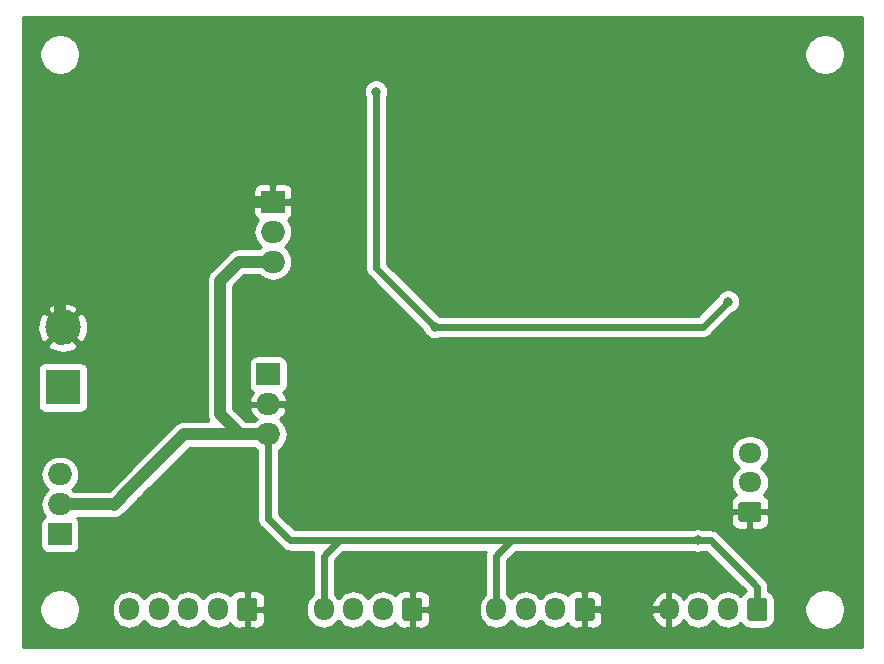
<source format=gbr>
%TF.GenerationSoftware,KiCad,Pcbnew,(5.1.12)-1*%
%TF.CreationDate,2022-01-20T18:25:14-05:00*%
%TF.ProjectId,PCB-ESP32S,5043422d-4553-4503-9332-532e6b696361,rev?*%
%TF.SameCoordinates,Original*%
%TF.FileFunction,Copper,L2,Bot*%
%TF.FilePolarity,Positive*%
%FSLAX46Y46*%
G04 Gerber Fmt 4.6, Leading zero omitted, Abs format (unit mm)*
G04 Created by KiCad (PCBNEW (5.1.12)-1) date 2022-01-20 18:25:14*
%MOMM*%
%LPD*%
G01*
G04 APERTURE LIST*
%TA.AperFunction,ComponentPad*%
%ADD10O,1.950000X1.700000*%
%TD*%
%TA.AperFunction,ComponentPad*%
%ADD11O,1.700000X1.950000*%
%TD*%
%TA.AperFunction,ComponentPad*%
%ADD12O,2.000000X1.905000*%
%TD*%
%TA.AperFunction,ComponentPad*%
%ADD13R,2.000000X1.905000*%
%TD*%
%TA.AperFunction,ComponentPad*%
%ADD14C,3.000000*%
%TD*%
%TA.AperFunction,ComponentPad*%
%ADD15R,3.000000X3.000000*%
%TD*%
%TA.AperFunction,ViaPad*%
%ADD16C,0.800000*%
%TD*%
%TA.AperFunction,Conductor*%
%ADD17C,0.600000*%
%TD*%
%TA.AperFunction,Conductor*%
%ADD18C,1.000000*%
%TD*%
%TA.AperFunction,Conductor*%
%ADD19C,0.254000*%
%TD*%
%TA.AperFunction,Conductor*%
%ADD20C,0.100000*%
%TD*%
G04 APERTURE END LIST*
D10*
%TO.P,J1,3*%
%TO.N,Net-(J1-Pad3)*%
X232410000Y-112475000D03*
%TO.P,J1,2*%
%TO.N,Net-(J1-Pad2)*%
X232410000Y-114975000D03*
%TO.P,J1,1*%
%TO.N,GND*%
%TA.AperFunction,ComponentPad*%
G36*
G01*
X233135000Y-118325000D02*
X231685000Y-118325000D01*
G75*
G02*
X231435000Y-118075000I0J250000D01*
G01*
X231435000Y-116875000D01*
G75*
G02*
X231685000Y-116625000I250000J0D01*
G01*
X233135000Y-116625000D01*
G75*
G02*
X233385000Y-116875000I0J-250000D01*
G01*
X233385000Y-118075000D01*
G75*
G02*
X233135000Y-118325000I-250000J0D01*
G01*
G37*
%TD.AperFunction*%
%TD*%
D11*
%TO.P,J3,5*%
%TO.N,+3V3*%
X179865000Y-125730000D03*
%TO.P,J3,4*%
%TO.N,IO32*%
X182365000Y-125730000D03*
%TO.P,J3,3*%
%TO.N,IO33*%
X184865000Y-125730000D03*
%TO.P,J3,2*%
%TO.N,N/C*%
X187365000Y-125730000D03*
%TO.P,J3,1*%
%TO.N,GND*%
%TA.AperFunction,ComponentPad*%
G36*
G01*
X190715000Y-125005000D02*
X190715000Y-126455000D01*
G75*
G02*
X190465000Y-126705000I-250000J0D01*
G01*
X189265000Y-126705000D01*
G75*
G02*
X189015000Y-126455000I0J250000D01*
G01*
X189015000Y-125005000D01*
G75*
G02*
X189265000Y-124755000I250000J0D01*
G01*
X190465000Y-124755000D01*
G75*
G02*
X190715000Y-125005000I0J-250000D01*
G01*
G37*
%TD.AperFunction*%
%TD*%
%TO.P,J4,4*%
%TO.N,+5V*%
X196335000Y-125730000D03*
%TO.P,J4,3*%
%TO.N,IO14*%
X198835000Y-125730000D03*
%TO.P,J4,2*%
%TO.N,N/C*%
X201335000Y-125730000D03*
%TO.P,J4,1*%
%TO.N,GND*%
%TA.AperFunction,ComponentPad*%
G36*
G01*
X204685000Y-125005000D02*
X204685000Y-126455000D01*
G75*
G02*
X204435000Y-126705000I-250000J0D01*
G01*
X203235000Y-126705000D01*
G75*
G02*
X202985000Y-126455000I0J250000D01*
G01*
X202985000Y-125005000D01*
G75*
G02*
X203235000Y-124755000I250000J0D01*
G01*
X204435000Y-124755000D01*
G75*
G02*
X204685000Y-125005000I0J-250000D01*
G01*
G37*
%TD.AperFunction*%
%TD*%
%TO.P,J5,4*%
%TO.N,+5V*%
X210940000Y-125730000D03*
%TO.P,J5,3*%
%TO.N,IO12*%
X213440000Y-125730000D03*
%TO.P,J5,2*%
%TO.N,N/C*%
X215940000Y-125730000D03*
%TO.P,J5,1*%
%TO.N,GND*%
%TA.AperFunction,ComponentPad*%
G36*
G01*
X219290000Y-125005000D02*
X219290000Y-126455000D01*
G75*
G02*
X219040000Y-126705000I-250000J0D01*
G01*
X217840000Y-126705000D01*
G75*
G02*
X217590000Y-126455000I0J250000D01*
G01*
X217590000Y-125005000D01*
G75*
G02*
X217840000Y-124755000I250000J0D01*
G01*
X219040000Y-124755000D01*
G75*
G02*
X219290000Y-125005000I0J-250000D01*
G01*
G37*
%TD.AperFunction*%
%TD*%
%TO.P,TH1,4*%
%TO.N,GND*%
X225545000Y-125730000D03*
%TO.P,TH1,3*%
%TO.N,N/C*%
X228045000Y-125730000D03*
%TO.P,TH1,2*%
%TO.N,IO2*%
X230545000Y-125730000D03*
%TO.P,TH1,1*%
%TO.N,+5V*%
%TA.AperFunction,ComponentPad*%
G36*
G01*
X233895000Y-125005000D02*
X233895000Y-126455000D01*
G75*
G02*
X233645000Y-126705000I-250000J0D01*
G01*
X232445000Y-126705000D01*
G75*
G02*
X232195000Y-126455000I0J250000D01*
G01*
X232195000Y-125005000D01*
G75*
G02*
X232445000Y-124755000I250000J0D01*
G01*
X233645000Y-124755000D01*
G75*
G02*
X233895000Y-125005000I0J-250000D01*
G01*
G37*
%TD.AperFunction*%
%TD*%
D12*
%TO.P,U3,3*%
%TO.N,+5V*%
X192024000Y-96291400D03*
%TO.P,U3,2*%
%TO.N,+3V3*%
X192024000Y-93751400D03*
D13*
%TO.P,U3,1*%
%TO.N,GND*%
X192024000Y-91211400D03*
%TD*%
D12*
%TO.P,Q1,3*%
%TO.N,/Sheet61A8C81E/12v*%
X173990000Y-114300000D03*
%TO.P,Q1,2*%
%TO.N,+5V*%
X173990000Y-116840000D03*
D13*
%TO.P,Q1,1*%
%TO.N,Net-(C2-Pad1)*%
X173990000Y-119380000D03*
%TD*%
D14*
%TO.P,J2,2*%
%TO.N,GND*%
X174244000Y-101854000D03*
D15*
%TO.P,J2,1*%
%TO.N,/Sheet61A8C81E/12v*%
X174244000Y-106934000D03*
%TD*%
D12*
%TO.P,U2,3*%
%TO.N,+5V*%
X191643000Y-110896400D03*
%TO.P,U2,2*%
%TO.N,GND*%
X191643000Y-108356400D03*
D13*
%TO.P,U2,1*%
%TO.N,Net-(C2-Pad1)*%
X191643000Y-105816400D03*
%TD*%
D16*
%TO.N,+3V3*%
X200761600Y-81889600D03*
X205740000Y-101803200D03*
X230568500Y-99656900D03*
%TO.N,GND*%
X217043000Y-118618000D03*
X209829400Y-118618000D03*
X224459800Y-106997500D03*
X196900800Y-118618000D03*
%TO.N,+5V*%
X228015800Y-119888000D03*
%TD*%
D17*
%TO.N,+3V3*%
X192024000Y-93751400D02*
X192336502Y-93751400D01*
X205740000Y-101803200D02*
X205740000Y-101854000D01*
X205740000Y-101803200D02*
X200761600Y-96824800D01*
X200761600Y-96824800D02*
X200761600Y-81889600D01*
X228422200Y-101803200D02*
X228949250Y-101276150D01*
X205740000Y-101803200D02*
X228422200Y-101803200D01*
X228949250Y-101276150D02*
X230568500Y-99656900D01*
X228536500Y-101688900D02*
X228949250Y-101276150D01*
%TO.N,GND*%
X191643000Y-108356400D02*
X193040000Y-108356400D01*
X193040000Y-108356400D02*
X194691000Y-110007400D01*
D18*
X178587400Y-91211400D02*
X192024000Y-91211400D01*
D17*
X191643000Y-108356400D02*
X193243000Y-108356400D01*
X217043000Y-118618000D02*
X210312000Y-118618000D01*
X210312000Y-118618000D02*
X209829400Y-118618000D01*
X194678300Y-115912900D02*
X194691000Y-115900200D01*
X198081900Y-118618000D02*
X196900800Y-118618000D01*
X209829400Y-118618000D02*
X198081900Y-118618000D01*
X194691000Y-116408200D02*
X194691000Y-115519200D01*
X196900800Y-118618000D02*
X194691000Y-116408200D01*
X194691000Y-115519200D02*
X194691000Y-115900200D01*
X194691000Y-110007400D02*
X194691000Y-115519200D01*
X194652800Y-106908700D02*
X194691000Y-106870500D01*
X194652800Y-106946600D02*
X194652800Y-106908700D01*
X193243000Y-108356400D02*
X194652800Y-106946600D01*
X192024000Y-91211400D02*
X193560700Y-91211400D01*
X194652800Y-92303500D02*
X194652800Y-106946600D01*
X193560700Y-91211400D02*
X194652800Y-92303500D01*
X223951800Y-106997500D02*
X224459800Y-106997500D01*
X217043000Y-118618000D02*
X218325700Y-117335300D01*
X224459800Y-106997500D02*
X220091000Y-106997500D01*
X218325700Y-108762800D02*
X218325700Y-113766600D01*
X220091000Y-106997500D02*
X218325700Y-108762800D01*
X218325700Y-113766600D02*
X218325700Y-112623600D01*
X218325700Y-117335300D02*
X218325700Y-113766600D01*
D18*
X173990000Y-95808800D02*
X174904400Y-94894400D01*
X173990000Y-102870000D02*
X173990000Y-95808800D01*
X174904400Y-94894400D02*
X178587400Y-91211400D01*
D17*
X225545000Y-125730000D02*
X218440000Y-125730000D01*
%TO.N,+5V*%
X191643000Y-110896400D02*
X192278000Y-110896400D01*
D18*
X192024000Y-96291400D02*
X189153800Y-96291400D01*
X189153800Y-96291400D02*
X187553600Y-97891600D01*
X187553600Y-97891600D02*
X187553600Y-109194600D01*
X189255400Y-110896400D02*
X191643000Y-110896400D01*
X187553600Y-109194600D02*
X189255400Y-110896400D01*
D17*
X206502000Y-119888000D02*
X200164700Y-119888000D01*
X213283800Y-119888000D02*
X228015800Y-119888000D01*
X191643000Y-118046500D02*
X193484500Y-119888000D01*
X191643000Y-110896400D02*
X191643000Y-118046500D01*
D18*
X184531000Y-110896400D02*
X179857400Y-115570000D01*
X179857400Y-115570000D02*
X180282308Y-115145092D01*
X190423800Y-110896400D02*
X184531000Y-110896400D01*
X187579000Y-110896400D02*
X190423800Y-110896400D01*
X190423800Y-110896400D02*
X191643000Y-110896400D01*
X178562000Y-116840000D02*
X178574700Y-116852700D01*
X173990000Y-116840000D02*
X178562000Y-116840000D01*
X178574700Y-116852700D02*
X179857400Y-115570000D01*
D17*
X196342000Y-119888000D02*
X193484500Y-119888000D01*
X212217000Y-119888000D02*
X213283800Y-119888000D01*
X206502000Y-119888000D02*
X212217000Y-119888000D01*
X196335000Y-121165000D02*
X197612000Y-119888000D01*
X196335000Y-125730000D02*
X196335000Y-121165000D01*
X197612000Y-119888000D02*
X196342000Y-119888000D01*
X200164700Y-119888000D02*
X197612000Y-119888000D01*
X210940000Y-121165000D02*
X212217000Y-119888000D01*
X210940000Y-125730000D02*
X210940000Y-121165000D01*
X228015800Y-119888000D02*
X229108000Y-119888000D01*
X233045000Y-123825000D02*
X233045000Y-125730000D01*
X229108000Y-119888000D02*
X233045000Y-123825000D01*
%TD*%
D19*
%TO.N,GND*%
X241910000Y-128880000D02*
X170840000Y-128880000D01*
X170840000Y-125559117D01*
X172255000Y-125559117D01*
X172255000Y-125900883D01*
X172321675Y-126236081D01*
X172452463Y-126551831D01*
X172642337Y-126835998D01*
X172884002Y-127077663D01*
X173168169Y-127267537D01*
X173483919Y-127398325D01*
X173819117Y-127465000D01*
X174160883Y-127465000D01*
X174496081Y-127398325D01*
X174811831Y-127267537D01*
X175095998Y-127077663D01*
X175337663Y-126835998D01*
X175527537Y-126551831D01*
X175658325Y-126236081D01*
X175725000Y-125900883D01*
X175725000Y-125559117D01*
X175719617Y-125532050D01*
X178380000Y-125532050D01*
X178380000Y-125927949D01*
X178401487Y-126146110D01*
X178486401Y-126426033D01*
X178624294Y-126684013D01*
X178809866Y-126910134D01*
X179035986Y-127095706D01*
X179293966Y-127233599D01*
X179573889Y-127318513D01*
X179865000Y-127347185D01*
X180156110Y-127318513D01*
X180436033Y-127233599D01*
X180694013Y-127095706D01*
X180920134Y-126910134D01*
X181105706Y-126684014D01*
X181115000Y-126666626D01*
X181124294Y-126684013D01*
X181309866Y-126910134D01*
X181535986Y-127095706D01*
X181793966Y-127233599D01*
X182073889Y-127318513D01*
X182365000Y-127347185D01*
X182656110Y-127318513D01*
X182936033Y-127233599D01*
X183194013Y-127095706D01*
X183420134Y-126910134D01*
X183605706Y-126684014D01*
X183615000Y-126666626D01*
X183624294Y-126684013D01*
X183809866Y-126910134D01*
X184035986Y-127095706D01*
X184293966Y-127233599D01*
X184573889Y-127318513D01*
X184865000Y-127347185D01*
X185156110Y-127318513D01*
X185436033Y-127233599D01*
X185694013Y-127095706D01*
X185920134Y-126910134D01*
X186105706Y-126684014D01*
X186115000Y-126666626D01*
X186124294Y-126684013D01*
X186309866Y-126910134D01*
X186535986Y-127095706D01*
X186793966Y-127233599D01*
X187073889Y-127318513D01*
X187365000Y-127347185D01*
X187656110Y-127318513D01*
X187936033Y-127233599D01*
X188194013Y-127095706D01*
X188414945Y-126914392D01*
X188425498Y-126949180D01*
X188484463Y-127059494D01*
X188563815Y-127156185D01*
X188660506Y-127235537D01*
X188770820Y-127294502D01*
X188890518Y-127330812D01*
X189015000Y-127343072D01*
X189579250Y-127340000D01*
X189738000Y-127181250D01*
X189738000Y-125857000D01*
X189992000Y-125857000D01*
X189992000Y-127181250D01*
X190150750Y-127340000D01*
X190715000Y-127343072D01*
X190839482Y-127330812D01*
X190959180Y-127294502D01*
X191069494Y-127235537D01*
X191166185Y-127156185D01*
X191245537Y-127059494D01*
X191304502Y-126949180D01*
X191340812Y-126829482D01*
X191353072Y-126705000D01*
X191350000Y-126015750D01*
X191191250Y-125857000D01*
X189992000Y-125857000D01*
X189738000Y-125857000D01*
X189718000Y-125857000D01*
X189718000Y-125603000D01*
X189738000Y-125603000D01*
X189738000Y-124278750D01*
X189992000Y-124278750D01*
X189992000Y-125603000D01*
X191191250Y-125603000D01*
X191350000Y-125444250D01*
X191353072Y-124755000D01*
X191340812Y-124630518D01*
X191304502Y-124510820D01*
X191245537Y-124400506D01*
X191166185Y-124303815D01*
X191069494Y-124224463D01*
X190959180Y-124165498D01*
X190839482Y-124129188D01*
X190715000Y-124116928D01*
X190150750Y-124120000D01*
X189992000Y-124278750D01*
X189738000Y-124278750D01*
X189579250Y-124120000D01*
X189015000Y-124116928D01*
X188890518Y-124129188D01*
X188770820Y-124165498D01*
X188660506Y-124224463D01*
X188563815Y-124303815D01*
X188484463Y-124400506D01*
X188425498Y-124510820D01*
X188414945Y-124545608D01*
X188194014Y-124364294D01*
X187936034Y-124226401D01*
X187656111Y-124141487D01*
X187365000Y-124112815D01*
X187073890Y-124141487D01*
X186793967Y-124226401D01*
X186535987Y-124364294D01*
X186309866Y-124549866D01*
X186124294Y-124775986D01*
X186115000Y-124793374D01*
X186105706Y-124775986D01*
X185920134Y-124549866D01*
X185694014Y-124364294D01*
X185436034Y-124226401D01*
X185156111Y-124141487D01*
X184865000Y-124112815D01*
X184573890Y-124141487D01*
X184293967Y-124226401D01*
X184035987Y-124364294D01*
X183809866Y-124549866D01*
X183624294Y-124775986D01*
X183615000Y-124793374D01*
X183605706Y-124775986D01*
X183420134Y-124549866D01*
X183194014Y-124364294D01*
X182936034Y-124226401D01*
X182656111Y-124141487D01*
X182365000Y-124112815D01*
X182073890Y-124141487D01*
X181793967Y-124226401D01*
X181535987Y-124364294D01*
X181309866Y-124549866D01*
X181124294Y-124775986D01*
X181115000Y-124793374D01*
X181105706Y-124775986D01*
X180920134Y-124549866D01*
X180694014Y-124364294D01*
X180436034Y-124226401D01*
X180156111Y-124141487D01*
X179865000Y-124112815D01*
X179573890Y-124141487D01*
X179293967Y-124226401D01*
X179035987Y-124364294D01*
X178809866Y-124549866D01*
X178624294Y-124775986D01*
X178486401Y-125033966D01*
X178401487Y-125313889D01*
X178380000Y-125532050D01*
X175719617Y-125532050D01*
X175658325Y-125223919D01*
X175527537Y-124908169D01*
X175337663Y-124624002D01*
X175095998Y-124382337D01*
X174811831Y-124192463D01*
X174496081Y-124061675D01*
X174160883Y-123995000D01*
X173819117Y-123995000D01*
X173483919Y-124061675D01*
X173168169Y-124192463D01*
X172884002Y-124382337D01*
X172642337Y-124624002D01*
X172452463Y-124908169D01*
X172321675Y-125223919D01*
X172255000Y-125559117D01*
X170840000Y-125559117D01*
X170840000Y-114300000D01*
X172347319Y-114300000D01*
X172377970Y-114611204D01*
X172468745Y-114910449D01*
X172616155Y-115186235D01*
X172814537Y-115427963D01*
X172987609Y-115570000D01*
X172814537Y-115712037D01*
X172616155Y-115953765D01*
X172468745Y-116229551D01*
X172377970Y-116528796D01*
X172347319Y-116840000D01*
X172377970Y-117151204D01*
X172468745Y-117450449D01*
X172616155Y-117726235D01*
X172719446Y-117852095D01*
X172635506Y-117896963D01*
X172538815Y-117976315D01*
X172459463Y-118073006D01*
X172400498Y-118183320D01*
X172364188Y-118303018D01*
X172351928Y-118427500D01*
X172351928Y-120332500D01*
X172364188Y-120456982D01*
X172400498Y-120576680D01*
X172459463Y-120686994D01*
X172538815Y-120783685D01*
X172635506Y-120863037D01*
X172745820Y-120922002D01*
X172865518Y-120958312D01*
X172990000Y-120970572D01*
X174990000Y-120970572D01*
X175114482Y-120958312D01*
X175234180Y-120922002D01*
X175344494Y-120863037D01*
X175441185Y-120783685D01*
X175520537Y-120686994D01*
X175579502Y-120576680D01*
X175615812Y-120456982D01*
X175628072Y-120332500D01*
X175628072Y-118427500D01*
X175615812Y-118303018D01*
X175579502Y-118183320D01*
X175520537Y-118073006D01*
X175441185Y-117976315D01*
X175439583Y-117975000D01*
X178390002Y-117975000D01*
X178574700Y-117993191D01*
X178797199Y-117971277D01*
X179011147Y-117906376D01*
X179208323Y-117800984D01*
X179381149Y-117659149D01*
X179416695Y-117615836D01*
X180699389Y-116333144D01*
X180699398Y-116333133D01*
X180858716Y-116173815D01*
X181124297Y-115908235D01*
X181124301Y-115908231D01*
X185001133Y-112031400D01*
X189199648Y-112031400D01*
X189255400Y-112036891D01*
X189311152Y-112031400D01*
X190476112Y-112031400D01*
X190708000Y-112221707D01*
X190708001Y-118000558D01*
X190703476Y-118046500D01*
X190721529Y-118229791D01*
X190750411Y-118325000D01*
X190774994Y-118406040D01*
X190861815Y-118568472D01*
X190978657Y-118710844D01*
X191014336Y-118740125D01*
X192790874Y-120516664D01*
X192820156Y-120552344D01*
X192962528Y-120669186D01*
X193124960Y-120756007D01*
X193216203Y-120783685D01*
X193301207Y-120809471D01*
X193484499Y-120827524D01*
X193530431Y-120823000D01*
X195461673Y-120823000D01*
X195413529Y-120981709D01*
X195395476Y-121165000D01*
X195400001Y-121210942D01*
X195400000Y-124451275D01*
X195279866Y-124549866D01*
X195094294Y-124775986D01*
X194956401Y-125033966D01*
X194871487Y-125313889D01*
X194850000Y-125532050D01*
X194850000Y-125927949D01*
X194871487Y-126146110D01*
X194956401Y-126426033D01*
X195094294Y-126684013D01*
X195279866Y-126910134D01*
X195505986Y-127095706D01*
X195763966Y-127233599D01*
X196043889Y-127318513D01*
X196335000Y-127347185D01*
X196626110Y-127318513D01*
X196906033Y-127233599D01*
X197164013Y-127095706D01*
X197390134Y-126910134D01*
X197575706Y-126684014D01*
X197585000Y-126666626D01*
X197594294Y-126684013D01*
X197779866Y-126910134D01*
X198005986Y-127095706D01*
X198263966Y-127233599D01*
X198543889Y-127318513D01*
X198835000Y-127347185D01*
X199126110Y-127318513D01*
X199406033Y-127233599D01*
X199664013Y-127095706D01*
X199890134Y-126910134D01*
X200075706Y-126684014D01*
X200085000Y-126666626D01*
X200094294Y-126684013D01*
X200279866Y-126910134D01*
X200505986Y-127095706D01*
X200763966Y-127233599D01*
X201043889Y-127318513D01*
X201335000Y-127347185D01*
X201626110Y-127318513D01*
X201906033Y-127233599D01*
X202164013Y-127095706D01*
X202384945Y-126914392D01*
X202395498Y-126949180D01*
X202454463Y-127059494D01*
X202533815Y-127156185D01*
X202630506Y-127235537D01*
X202740820Y-127294502D01*
X202860518Y-127330812D01*
X202985000Y-127343072D01*
X203549250Y-127340000D01*
X203708000Y-127181250D01*
X203708000Y-125857000D01*
X203962000Y-125857000D01*
X203962000Y-127181250D01*
X204120750Y-127340000D01*
X204685000Y-127343072D01*
X204809482Y-127330812D01*
X204929180Y-127294502D01*
X205039494Y-127235537D01*
X205136185Y-127156185D01*
X205215537Y-127059494D01*
X205274502Y-126949180D01*
X205310812Y-126829482D01*
X205323072Y-126705000D01*
X205320000Y-126015750D01*
X205161250Y-125857000D01*
X203962000Y-125857000D01*
X203708000Y-125857000D01*
X203688000Y-125857000D01*
X203688000Y-125603000D01*
X203708000Y-125603000D01*
X203708000Y-124278750D01*
X203962000Y-124278750D01*
X203962000Y-125603000D01*
X205161250Y-125603000D01*
X205320000Y-125444250D01*
X205323072Y-124755000D01*
X205310812Y-124630518D01*
X205274502Y-124510820D01*
X205215537Y-124400506D01*
X205136185Y-124303815D01*
X205039494Y-124224463D01*
X204929180Y-124165498D01*
X204809482Y-124129188D01*
X204685000Y-124116928D01*
X204120750Y-124120000D01*
X203962000Y-124278750D01*
X203708000Y-124278750D01*
X203549250Y-124120000D01*
X202985000Y-124116928D01*
X202860518Y-124129188D01*
X202740820Y-124165498D01*
X202630506Y-124224463D01*
X202533815Y-124303815D01*
X202454463Y-124400506D01*
X202395498Y-124510820D01*
X202384945Y-124545608D01*
X202164014Y-124364294D01*
X201906034Y-124226401D01*
X201626111Y-124141487D01*
X201335000Y-124112815D01*
X201043890Y-124141487D01*
X200763967Y-124226401D01*
X200505987Y-124364294D01*
X200279866Y-124549866D01*
X200094294Y-124775986D01*
X200085000Y-124793374D01*
X200075706Y-124775986D01*
X199890134Y-124549866D01*
X199664014Y-124364294D01*
X199406034Y-124226401D01*
X199126111Y-124141487D01*
X198835000Y-124112815D01*
X198543890Y-124141487D01*
X198263967Y-124226401D01*
X198005987Y-124364294D01*
X197779866Y-124549866D01*
X197594294Y-124775986D01*
X197585000Y-124793374D01*
X197575706Y-124775986D01*
X197390134Y-124549866D01*
X197270000Y-124451275D01*
X197270000Y-121552289D01*
X197999289Y-120823000D01*
X210066673Y-120823000D01*
X210018529Y-120981709D01*
X210000476Y-121165000D01*
X210005001Y-121210942D01*
X210005000Y-124451275D01*
X209884866Y-124549866D01*
X209699294Y-124775986D01*
X209561401Y-125033966D01*
X209476487Y-125313889D01*
X209455000Y-125532050D01*
X209455000Y-125927949D01*
X209476487Y-126146110D01*
X209561401Y-126426033D01*
X209699294Y-126684013D01*
X209884866Y-126910134D01*
X210110986Y-127095706D01*
X210368966Y-127233599D01*
X210648889Y-127318513D01*
X210940000Y-127347185D01*
X211231110Y-127318513D01*
X211511033Y-127233599D01*
X211769013Y-127095706D01*
X211995134Y-126910134D01*
X212180706Y-126684014D01*
X212190000Y-126666626D01*
X212199294Y-126684013D01*
X212384866Y-126910134D01*
X212610986Y-127095706D01*
X212868966Y-127233599D01*
X213148889Y-127318513D01*
X213440000Y-127347185D01*
X213731110Y-127318513D01*
X214011033Y-127233599D01*
X214269013Y-127095706D01*
X214495134Y-126910134D01*
X214680706Y-126684014D01*
X214690000Y-126666626D01*
X214699294Y-126684013D01*
X214884866Y-126910134D01*
X215110986Y-127095706D01*
X215368966Y-127233599D01*
X215648889Y-127318513D01*
X215940000Y-127347185D01*
X216231110Y-127318513D01*
X216511033Y-127233599D01*
X216769013Y-127095706D01*
X216989945Y-126914392D01*
X217000498Y-126949180D01*
X217059463Y-127059494D01*
X217138815Y-127156185D01*
X217235506Y-127235537D01*
X217345820Y-127294502D01*
X217465518Y-127330812D01*
X217590000Y-127343072D01*
X218154250Y-127340000D01*
X218313000Y-127181250D01*
X218313000Y-125857000D01*
X218567000Y-125857000D01*
X218567000Y-127181250D01*
X218725750Y-127340000D01*
X219290000Y-127343072D01*
X219414482Y-127330812D01*
X219534180Y-127294502D01*
X219644494Y-127235537D01*
X219741185Y-127156185D01*
X219820537Y-127059494D01*
X219879502Y-126949180D01*
X219915812Y-126829482D01*
X219928072Y-126705000D01*
X219925328Y-126089267D01*
X224078680Y-126089267D01*
X224152558Y-126370830D01*
X224279947Y-126632570D01*
X224455951Y-126864429D01*
X224673807Y-127057496D01*
X224925142Y-127204352D01*
X225188110Y-127296476D01*
X225418000Y-127175155D01*
X225418000Y-125857000D01*
X224218835Y-125857000D01*
X224078680Y-126089267D01*
X219925328Y-126089267D01*
X219925000Y-126015750D01*
X219766250Y-125857000D01*
X218567000Y-125857000D01*
X218313000Y-125857000D01*
X218293000Y-125857000D01*
X218293000Y-125603000D01*
X218313000Y-125603000D01*
X218313000Y-124278750D01*
X218567000Y-124278750D01*
X218567000Y-125603000D01*
X219766250Y-125603000D01*
X219925000Y-125444250D01*
X219925327Y-125370733D01*
X224078680Y-125370733D01*
X224218835Y-125603000D01*
X225418000Y-125603000D01*
X225418000Y-124284845D01*
X225188110Y-124163524D01*
X224925142Y-124255648D01*
X224673807Y-124402504D01*
X224455951Y-124595571D01*
X224279947Y-124827430D01*
X224152558Y-125089170D01*
X224078680Y-125370733D01*
X219925327Y-125370733D01*
X219928072Y-124755000D01*
X219915812Y-124630518D01*
X219879502Y-124510820D01*
X219820537Y-124400506D01*
X219741185Y-124303815D01*
X219644494Y-124224463D01*
X219534180Y-124165498D01*
X219414482Y-124129188D01*
X219290000Y-124116928D01*
X218725750Y-124120000D01*
X218567000Y-124278750D01*
X218313000Y-124278750D01*
X218154250Y-124120000D01*
X217590000Y-124116928D01*
X217465518Y-124129188D01*
X217345820Y-124165498D01*
X217235506Y-124224463D01*
X217138815Y-124303815D01*
X217059463Y-124400506D01*
X217000498Y-124510820D01*
X216989945Y-124545608D01*
X216769014Y-124364294D01*
X216511034Y-124226401D01*
X216231111Y-124141487D01*
X215940000Y-124112815D01*
X215648890Y-124141487D01*
X215368967Y-124226401D01*
X215110987Y-124364294D01*
X214884866Y-124549866D01*
X214699294Y-124775986D01*
X214690000Y-124793374D01*
X214680706Y-124775986D01*
X214495134Y-124549866D01*
X214269014Y-124364294D01*
X214011034Y-124226401D01*
X213731111Y-124141487D01*
X213440000Y-124112815D01*
X213148890Y-124141487D01*
X212868967Y-124226401D01*
X212610987Y-124364294D01*
X212384866Y-124549866D01*
X212199294Y-124775986D01*
X212190000Y-124793374D01*
X212180706Y-124775986D01*
X211995134Y-124549866D01*
X211875000Y-124451275D01*
X211875000Y-121552289D01*
X212604289Y-120823000D01*
X227568505Y-120823000D01*
X227713902Y-120883226D01*
X227913861Y-120923000D01*
X228117739Y-120923000D01*
X228317698Y-120883226D01*
X228463095Y-120823000D01*
X228720711Y-120823000D01*
X232090220Y-124192509D01*
X231951614Y-124266595D01*
X231817038Y-124377038D01*
X231706595Y-124511614D01*
X231652223Y-124613337D01*
X231600134Y-124549866D01*
X231374014Y-124364294D01*
X231116034Y-124226401D01*
X230836111Y-124141487D01*
X230545000Y-124112815D01*
X230253890Y-124141487D01*
X229973967Y-124226401D01*
X229715987Y-124364294D01*
X229489866Y-124549866D01*
X229304294Y-124775986D01*
X229295000Y-124793374D01*
X229285706Y-124775986D01*
X229100134Y-124549866D01*
X228874014Y-124364294D01*
X228616034Y-124226401D01*
X228336111Y-124141487D01*
X228045000Y-124112815D01*
X227753890Y-124141487D01*
X227473967Y-124226401D01*
X227215987Y-124364294D01*
X226989866Y-124549866D01*
X226804294Y-124775986D01*
X226790538Y-124801722D01*
X226634049Y-124595571D01*
X226416193Y-124402504D01*
X226164858Y-124255648D01*
X225901890Y-124163524D01*
X225672000Y-124284845D01*
X225672000Y-125603000D01*
X225692000Y-125603000D01*
X225692000Y-125857000D01*
X225672000Y-125857000D01*
X225672000Y-127175155D01*
X225901890Y-127296476D01*
X226164858Y-127204352D01*
X226416193Y-127057496D01*
X226634049Y-126864429D01*
X226790538Y-126658278D01*
X226804294Y-126684013D01*
X226989866Y-126910134D01*
X227215986Y-127095706D01*
X227473966Y-127233599D01*
X227753889Y-127318513D01*
X228045000Y-127347185D01*
X228336110Y-127318513D01*
X228616033Y-127233599D01*
X228874013Y-127095706D01*
X229100134Y-126910134D01*
X229285706Y-126684014D01*
X229295000Y-126666626D01*
X229304294Y-126684013D01*
X229489866Y-126910134D01*
X229715986Y-127095706D01*
X229973966Y-127233599D01*
X230253889Y-127318513D01*
X230545000Y-127347185D01*
X230836110Y-127318513D01*
X231116033Y-127233599D01*
X231374013Y-127095706D01*
X231600134Y-126910134D01*
X231652223Y-126846663D01*
X231706595Y-126948386D01*
X231817038Y-127082962D01*
X231951614Y-127193405D01*
X232105150Y-127275472D01*
X232271746Y-127326008D01*
X232445000Y-127343072D01*
X233645000Y-127343072D01*
X233818254Y-127326008D01*
X233984850Y-127275472D01*
X234138386Y-127193405D01*
X234272962Y-127082962D01*
X234383405Y-126948386D01*
X234465472Y-126794850D01*
X234516008Y-126628254D01*
X234533072Y-126455000D01*
X234533072Y-125559117D01*
X237025000Y-125559117D01*
X237025000Y-125900883D01*
X237091675Y-126236081D01*
X237222463Y-126551831D01*
X237412337Y-126835998D01*
X237654002Y-127077663D01*
X237938169Y-127267537D01*
X238253919Y-127398325D01*
X238589117Y-127465000D01*
X238930883Y-127465000D01*
X239266081Y-127398325D01*
X239581831Y-127267537D01*
X239865998Y-127077663D01*
X240107663Y-126835998D01*
X240297537Y-126551831D01*
X240428325Y-126236081D01*
X240495000Y-125900883D01*
X240495000Y-125559117D01*
X240428325Y-125223919D01*
X240297537Y-124908169D01*
X240107663Y-124624002D01*
X239865998Y-124382337D01*
X239581831Y-124192463D01*
X239266081Y-124061675D01*
X238930883Y-123995000D01*
X238589117Y-123995000D01*
X238253919Y-124061675D01*
X237938169Y-124192463D01*
X237654002Y-124382337D01*
X237412337Y-124624002D01*
X237222463Y-124908169D01*
X237091675Y-125223919D01*
X237025000Y-125559117D01*
X234533072Y-125559117D01*
X234533072Y-125005000D01*
X234516008Y-124831746D01*
X234465472Y-124665150D01*
X234383405Y-124511614D01*
X234272962Y-124377038D01*
X234138386Y-124266595D01*
X233984850Y-124184528D01*
X233980000Y-124183057D01*
X233980000Y-123870935D01*
X233984524Y-123825000D01*
X233966472Y-123641708D01*
X233913007Y-123465461D01*
X233913007Y-123465460D01*
X233826186Y-123303028D01*
X233709344Y-123160656D01*
X233673660Y-123131371D01*
X229801630Y-119259341D01*
X229772344Y-119223656D01*
X229629972Y-119106814D01*
X229467540Y-119019993D01*
X229291292Y-118966529D01*
X229153932Y-118953000D01*
X229108000Y-118948476D01*
X229062068Y-118953000D01*
X228463095Y-118953000D01*
X228317698Y-118892774D01*
X228117739Y-118853000D01*
X227913861Y-118853000D01*
X227713902Y-118892774D01*
X227568505Y-118953000D01*
X212262935Y-118953000D01*
X212217000Y-118948476D01*
X212171065Y-118953000D01*
X197657935Y-118953000D01*
X197612000Y-118948476D01*
X197566065Y-118953000D01*
X193871790Y-118953000D01*
X193243790Y-118325000D01*
X230796928Y-118325000D01*
X230809188Y-118449482D01*
X230845498Y-118569180D01*
X230904463Y-118679494D01*
X230983815Y-118776185D01*
X231080506Y-118855537D01*
X231190820Y-118914502D01*
X231310518Y-118950812D01*
X231435000Y-118963072D01*
X232124250Y-118960000D01*
X232283000Y-118801250D01*
X232283000Y-117602000D01*
X232537000Y-117602000D01*
X232537000Y-118801250D01*
X232695750Y-118960000D01*
X233385000Y-118963072D01*
X233509482Y-118950812D01*
X233629180Y-118914502D01*
X233739494Y-118855537D01*
X233836185Y-118776185D01*
X233915537Y-118679494D01*
X233974502Y-118569180D01*
X234010812Y-118449482D01*
X234023072Y-118325000D01*
X234020000Y-117760750D01*
X233861250Y-117602000D01*
X232537000Y-117602000D01*
X232283000Y-117602000D01*
X230958750Y-117602000D01*
X230800000Y-117760750D01*
X230796928Y-118325000D01*
X193243790Y-118325000D01*
X192578000Y-117659211D01*
X192578000Y-112475000D01*
X230792815Y-112475000D01*
X230821487Y-112766111D01*
X230906401Y-113046034D01*
X231044294Y-113304014D01*
X231229866Y-113530134D01*
X231455986Y-113715706D01*
X231473374Y-113725000D01*
X231455986Y-113734294D01*
X231229866Y-113919866D01*
X231044294Y-114145986D01*
X230906401Y-114403966D01*
X230821487Y-114683889D01*
X230792815Y-114975000D01*
X230821487Y-115266111D01*
X230906401Y-115546034D01*
X231044294Y-115804014D01*
X231225608Y-116024945D01*
X231190820Y-116035498D01*
X231080506Y-116094463D01*
X230983815Y-116173815D01*
X230904463Y-116270506D01*
X230845498Y-116380820D01*
X230809188Y-116500518D01*
X230796928Y-116625000D01*
X230800000Y-117189250D01*
X230958750Y-117348000D01*
X232283000Y-117348000D01*
X232283000Y-117328000D01*
X232537000Y-117328000D01*
X232537000Y-117348000D01*
X233861250Y-117348000D01*
X234020000Y-117189250D01*
X234023072Y-116625000D01*
X234010812Y-116500518D01*
X233974502Y-116380820D01*
X233915537Y-116270506D01*
X233836185Y-116173815D01*
X233739494Y-116094463D01*
X233629180Y-116035498D01*
X233594392Y-116024945D01*
X233775706Y-115804014D01*
X233913599Y-115546034D01*
X233998513Y-115266111D01*
X234027185Y-114975000D01*
X233998513Y-114683889D01*
X233913599Y-114403966D01*
X233775706Y-114145986D01*
X233590134Y-113919866D01*
X233364014Y-113734294D01*
X233346626Y-113725000D01*
X233364014Y-113715706D01*
X233590134Y-113530134D01*
X233775706Y-113304014D01*
X233913599Y-113046034D01*
X233998513Y-112766111D01*
X234027185Y-112475000D01*
X233998513Y-112183889D01*
X233913599Y-111903966D01*
X233775706Y-111645986D01*
X233590134Y-111419866D01*
X233364014Y-111234294D01*
X233106034Y-111096401D01*
X232826111Y-111011487D01*
X232607950Y-110990000D01*
X232212050Y-110990000D01*
X231993889Y-111011487D01*
X231713966Y-111096401D01*
X231455986Y-111234294D01*
X231229866Y-111419866D01*
X231044294Y-111645986D01*
X230906401Y-111903966D01*
X230821487Y-112183889D01*
X230792815Y-112475000D01*
X192578000Y-112475000D01*
X192578000Y-112221707D01*
X192818463Y-112024363D01*
X193016845Y-111782635D01*
X193164255Y-111506849D01*
X193255030Y-111207604D01*
X193285681Y-110896400D01*
X193255030Y-110585196D01*
X193164255Y-110285951D01*
X193016845Y-110010165D01*
X192818463Y-109768437D01*
X192639101Y-109621237D01*
X192824315Y-109465837D01*
X193018969Y-109223323D01*
X193162571Y-108947494D01*
X193233563Y-108729380D01*
X193113594Y-108483400D01*
X191770000Y-108483400D01*
X191770000Y-108503400D01*
X191516000Y-108503400D01*
X191516000Y-108483400D01*
X190172406Y-108483400D01*
X190052437Y-108729380D01*
X190123429Y-108947494D01*
X190267031Y-109223323D01*
X190461685Y-109465837D01*
X190646899Y-109621237D01*
X190476112Y-109761400D01*
X189725533Y-109761400D01*
X188688600Y-108724469D01*
X188688600Y-104863900D01*
X190004928Y-104863900D01*
X190004928Y-106768900D01*
X190017188Y-106893382D01*
X190053498Y-107013080D01*
X190112463Y-107123394D01*
X190191815Y-107220085D01*
X190288506Y-107299437D01*
X190380219Y-107348459D01*
X190267031Y-107489477D01*
X190123429Y-107765306D01*
X190052437Y-107983420D01*
X190172406Y-108229400D01*
X191516000Y-108229400D01*
X191516000Y-108209400D01*
X191770000Y-108209400D01*
X191770000Y-108229400D01*
X193113594Y-108229400D01*
X193233563Y-107983420D01*
X193162571Y-107765306D01*
X193018969Y-107489477D01*
X192905781Y-107348459D01*
X192997494Y-107299437D01*
X193094185Y-107220085D01*
X193173537Y-107123394D01*
X193232502Y-107013080D01*
X193268812Y-106893382D01*
X193281072Y-106768900D01*
X193281072Y-104863900D01*
X193268812Y-104739418D01*
X193232502Y-104619720D01*
X193173537Y-104509406D01*
X193094185Y-104412715D01*
X192997494Y-104333363D01*
X192887180Y-104274398D01*
X192767482Y-104238088D01*
X192643000Y-104225828D01*
X190643000Y-104225828D01*
X190518518Y-104238088D01*
X190398820Y-104274398D01*
X190288506Y-104333363D01*
X190191815Y-104412715D01*
X190112463Y-104509406D01*
X190053498Y-104619720D01*
X190017188Y-104739418D01*
X190004928Y-104863900D01*
X188688600Y-104863900D01*
X188688600Y-98361731D01*
X189623933Y-97426400D01*
X190857112Y-97426400D01*
X191090265Y-97617745D01*
X191366051Y-97765155D01*
X191665296Y-97855930D01*
X191898514Y-97878900D01*
X192149486Y-97878900D01*
X192382704Y-97855930D01*
X192681949Y-97765155D01*
X192957735Y-97617745D01*
X193199463Y-97419363D01*
X193397845Y-97177635D01*
X193545255Y-96901849D01*
X193636030Y-96602604D01*
X193666681Y-96291400D01*
X193636030Y-95980196D01*
X193545255Y-95680951D01*
X193397845Y-95405165D01*
X193199463Y-95163437D01*
X193026391Y-95021400D01*
X193199463Y-94879363D01*
X193397845Y-94637635D01*
X193545255Y-94361849D01*
X193636030Y-94062604D01*
X193666681Y-93751400D01*
X193636030Y-93440196D01*
X193545255Y-93140951D01*
X193397845Y-92865165D01*
X193294554Y-92739305D01*
X193378494Y-92694437D01*
X193475185Y-92615085D01*
X193554537Y-92518394D01*
X193613502Y-92408080D01*
X193649812Y-92288382D01*
X193662072Y-92163900D01*
X193659000Y-91497150D01*
X193500250Y-91338400D01*
X192151000Y-91338400D01*
X192151000Y-91358400D01*
X191897000Y-91358400D01*
X191897000Y-91338400D01*
X190547750Y-91338400D01*
X190389000Y-91497150D01*
X190385928Y-92163900D01*
X190398188Y-92288382D01*
X190434498Y-92408080D01*
X190493463Y-92518394D01*
X190572815Y-92615085D01*
X190669506Y-92694437D01*
X190753446Y-92739305D01*
X190650155Y-92865165D01*
X190502745Y-93140951D01*
X190411970Y-93440196D01*
X190381319Y-93751400D01*
X190411970Y-94062604D01*
X190502745Y-94361849D01*
X190650155Y-94637635D01*
X190848537Y-94879363D01*
X191021609Y-95021400D01*
X190857112Y-95156400D01*
X189209552Y-95156400D01*
X189153800Y-95150909D01*
X188931301Y-95172823D01*
X188717353Y-95237724D01*
X188520177Y-95343116D01*
X188390656Y-95449411D01*
X188390654Y-95449413D01*
X188347351Y-95484951D01*
X188311813Y-95528254D01*
X186790464Y-97049605D01*
X186747151Y-97085151D01*
X186605316Y-97257977D01*
X186515293Y-97426400D01*
X186499924Y-97455154D01*
X186435023Y-97669102D01*
X186413109Y-97891600D01*
X186418600Y-97947352D01*
X186418601Y-109138839D01*
X186413109Y-109194600D01*
X186435023Y-109417098D01*
X186499924Y-109631046D01*
X186499925Y-109631047D01*
X186569600Y-109761400D01*
X184586752Y-109761400D01*
X184531000Y-109755909D01*
X184308501Y-109777823D01*
X184094553Y-109842724D01*
X183897377Y-109948116D01*
X183767856Y-110054411D01*
X183767854Y-110054413D01*
X183724551Y-110089951D01*
X183689013Y-110133254D01*
X179519169Y-114303099D01*
X179519165Y-114303103D01*
X179094266Y-114728003D01*
X179094256Y-114728011D01*
X178117268Y-115705000D01*
X175156888Y-115705000D01*
X174992391Y-115570000D01*
X175165463Y-115427963D01*
X175363845Y-115186235D01*
X175511255Y-114910449D01*
X175602030Y-114611204D01*
X175632681Y-114300000D01*
X175602030Y-113988796D01*
X175511255Y-113689551D01*
X175363845Y-113413765D01*
X175165463Y-113172037D01*
X174923735Y-112973655D01*
X174647949Y-112826245D01*
X174348704Y-112735470D01*
X174115486Y-112712500D01*
X173864514Y-112712500D01*
X173631296Y-112735470D01*
X173332051Y-112826245D01*
X173056265Y-112973655D01*
X172814537Y-113172037D01*
X172616155Y-113413765D01*
X172468745Y-113689551D01*
X172377970Y-113988796D01*
X172347319Y-114300000D01*
X170840000Y-114300000D01*
X170840000Y-105434000D01*
X172105928Y-105434000D01*
X172105928Y-108434000D01*
X172118188Y-108558482D01*
X172154498Y-108678180D01*
X172213463Y-108788494D01*
X172292815Y-108885185D01*
X172389506Y-108964537D01*
X172499820Y-109023502D01*
X172619518Y-109059812D01*
X172744000Y-109072072D01*
X175744000Y-109072072D01*
X175868482Y-109059812D01*
X175988180Y-109023502D01*
X176098494Y-108964537D01*
X176195185Y-108885185D01*
X176274537Y-108788494D01*
X176333502Y-108678180D01*
X176369812Y-108558482D01*
X176382072Y-108434000D01*
X176382072Y-105434000D01*
X176369812Y-105309518D01*
X176333502Y-105189820D01*
X176274537Y-105079506D01*
X176195185Y-104982815D01*
X176098494Y-104903463D01*
X175988180Y-104844498D01*
X175868482Y-104808188D01*
X175744000Y-104795928D01*
X172744000Y-104795928D01*
X172619518Y-104808188D01*
X172499820Y-104844498D01*
X172389506Y-104903463D01*
X172292815Y-104982815D01*
X172213463Y-105079506D01*
X172154498Y-105189820D01*
X172118188Y-105309518D01*
X172105928Y-105434000D01*
X170840000Y-105434000D01*
X170840000Y-103345653D01*
X172931952Y-103345653D01*
X173087962Y-103661214D01*
X173462745Y-103852020D01*
X173867551Y-103966044D01*
X174286824Y-103998902D01*
X174704451Y-103949334D01*
X175104383Y-103819243D01*
X175400038Y-103661214D01*
X175556048Y-103345653D01*
X174244000Y-102033605D01*
X172931952Y-103345653D01*
X170840000Y-103345653D01*
X170840000Y-101896824D01*
X172099098Y-101896824D01*
X172148666Y-102314451D01*
X172278757Y-102714383D01*
X172436786Y-103010038D01*
X172752347Y-103166048D01*
X174064395Y-101854000D01*
X174423605Y-101854000D01*
X175735653Y-103166048D01*
X176051214Y-103010038D01*
X176242020Y-102635255D01*
X176356044Y-102230449D01*
X176388902Y-101811176D01*
X176339334Y-101393549D01*
X176209243Y-100993617D01*
X176051214Y-100697962D01*
X175735653Y-100541952D01*
X174423605Y-101854000D01*
X174064395Y-101854000D01*
X172752347Y-100541952D01*
X172436786Y-100697962D01*
X172245980Y-101072745D01*
X172131956Y-101477551D01*
X172099098Y-101896824D01*
X170840000Y-101896824D01*
X170840000Y-100362347D01*
X172931952Y-100362347D01*
X174244000Y-101674395D01*
X175556048Y-100362347D01*
X175400038Y-100046786D01*
X175025255Y-99855980D01*
X174620449Y-99741956D01*
X174201176Y-99709098D01*
X173783549Y-99758666D01*
X173383617Y-99888757D01*
X173087962Y-100046786D01*
X172931952Y-100362347D01*
X170840000Y-100362347D01*
X170840000Y-90258900D01*
X190385928Y-90258900D01*
X190389000Y-90925650D01*
X190547750Y-91084400D01*
X191897000Y-91084400D01*
X191897000Y-89782650D01*
X192151000Y-89782650D01*
X192151000Y-91084400D01*
X193500250Y-91084400D01*
X193659000Y-90925650D01*
X193662072Y-90258900D01*
X193649812Y-90134418D01*
X193613502Y-90014720D01*
X193554537Y-89904406D01*
X193475185Y-89807715D01*
X193378494Y-89728363D01*
X193268180Y-89669398D01*
X193148482Y-89633088D01*
X193024000Y-89620828D01*
X192309750Y-89623900D01*
X192151000Y-89782650D01*
X191897000Y-89782650D01*
X191738250Y-89623900D01*
X191024000Y-89620828D01*
X190899518Y-89633088D01*
X190779820Y-89669398D01*
X190669506Y-89728363D01*
X190572815Y-89807715D01*
X190493463Y-89904406D01*
X190434498Y-90014720D01*
X190398188Y-90134418D01*
X190385928Y-90258900D01*
X170840000Y-90258900D01*
X170840000Y-81787661D01*
X199726600Y-81787661D01*
X199726600Y-81991539D01*
X199766374Y-82191498D01*
X199826601Y-82336898D01*
X199826600Y-96778868D01*
X199822076Y-96824800D01*
X199826600Y-96870731D01*
X199840129Y-97008091D01*
X199893593Y-97184339D01*
X199980414Y-97346771D01*
X200097256Y-97489144D01*
X200132941Y-97518430D01*
X204762569Y-102148058D01*
X204822795Y-102293456D01*
X204936063Y-102462974D01*
X205080226Y-102607137D01*
X205249744Y-102720405D01*
X205438102Y-102798426D01*
X205638061Y-102838200D01*
X205841939Y-102838200D01*
X206041898Y-102798426D01*
X206187295Y-102738200D01*
X228376268Y-102738200D01*
X228422200Y-102742724D01*
X228468132Y-102738200D01*
X228605492Y-102724671D01*
X228781740Y-102671207D01*
X228944172Y-102584386D01*
X229086544Y-102467544D01*
X229115830Y-102431859D01*
X229642874Y-101904815D01*
X230913359Y-100634331D01*
X231058756Y-100574105D01*
X231228274Y-100460837D01*
X231372437Y-100316674D01*
X231485705Y-100147156D01*
X231563726Y-99958798D01*
X231603500Y-99758839D01*
X231603500Y-99554961D01*
X231563726Y-99355002D01*
X231485705Y-99166644D01*
X231372437Y-98997126D01*
X231228274Y-98852963D01*
X231058756Y-98739695D01*
X230870398Y-98661674D01*
X230670439Y-98621900D01*
X230466561Y-98621900D01*
X230266602Y-98661674D01*
X230078244Y-98739695D01*
X229908726Y-98852963D01*
X229764563Y-98997126D01*
X229651295Y-99166644D01*
X229591069Y-99312041D01*
X228320584Y-100582527D01*
X228034911Y-100868200D01*
X206187295Y-100868200D01*
X206084858Y-100825769D01*
X201696600Y-96437511D01*
X201696600Y-82336895D01*
X201756826Y-82191498D01*
X201796600Y-81991539D01*
X201796600Y-81787661D01*
X201756826Y-81587702D01*
X201678805Y-81399344D01*
X201565537Y-81229826D01*
X201421374Y-81085663D01*
X201251856Y-80972395D01*
X201063498Y-80894374D01*
X200863539Y-80854600D01*
X200659661Y-80854600D01*
X200459702Y-80894374D01*
X200271344Y-80972395D01*
X200101826Y-81085663D01*
X199957663Y-81229826D01*
X199844395Y-81399344D01*
X199766374Y-81587702D01*
X199726600Y-81787661D01*
X170840000Y-81787661D01*
X170840000Y-78569117D01*
X172255000Y-78569117D01*
X172255000Y-78910883D01*
X172321675Y-79246081D01*
X172452463Y-79561831D01*
X172642337Y-79845998D01*
X172884002Y-80087663D01*
X173168169Y-80277537D01*
X173483919Y-80408325D01*
X173819117Y-80475000D01*
X174160883Y-80475000D01*
X174496081Y-80408325D01*
X174811831Y-80277537D01*
X175095998Y-80087663D01*
X175337663Y-79845998D01*
X175527537Y-79561831D01*
X175658325Y-79246081D01*
X175725000Y-78910883D01*
X175725000Y-78569117D01*
X237025000Y-78569117D01*
X237025000Y-78910883D01*
X237091675Y-79246081D01*
X237222463Y-79561831D01*
X237412337Y-79845998D01*
X237654002Y-80087663D01*
X237938169Y-80277537D01*
X238253919Y-80408325D01*
X238589117Y-80475000D01*
X238930883Y-80475000D01*
X239266081Y-80408325D01*
X239581831Y-80277537D01*
X239865998Y-80087663D01*
X240107663Y-79845998D01*
X240297537Y-79561831D01*
X240428325Y-79246081D01*
X240495000Y-78910883D01*
X240495000Y-78569117D01*
X240428325Y-78233919D01*
X240297537Y-77918169D01*
X240107663Y-77634002D01*
X239865998Y-77392337D01*
X239581831Y-77202463D01*
X239266081Y-77071675D01*
X238930883Y-77005000D01*
X238589117Y-77005000D01*
X238253919Y-77071675D01*
X237938169Y-77202463D01*
X237654002Y-77392337D01*
X237412337Y-77634002D01*
X237222463Y-77918169D01*
X237091675Y-78233919D01*
X237025000Y-78569117D01*
X175725000Y-78569117D01*
X175658325Y-78233919D01*
X175527537Y-77918169D01*
X175337663Y-77634002D01*
X175095998Y-77392337D01*
X174811831Y-77202463D01*
X174496081Y-77071675D01*
X174160883Y-77005000D01*
X173819117Y-77005000D01*
X173483919Y-77071675D01*
X173168169Y-77202463D01*
X172884002Y-77392337D01*
X172642337Y-77634002D01*
X172452463Y-77918169D01*
X172321675Y-78233919D01*
X172255000Y-78569117D01*
X170840000Y-78569117D01*
X170840000Y-75590000D01*
X241910001Y-75590000D01*
X241910000Y-128880000D01*
%TA.AperFunction,Conductor*%
D20*
G36*
X241910000Y-128880000D02*
G01*
X170840000Y-128880000D01*
X170840000Y-125559117D01*
X172255000Y-125559117D01*
X172255000Y-125900883D01*
X172321675Y-126236081D01*
X172452463Y-126551831D01*
X172642337Y-126835998D01*
X172884002Y-127077663D01*
X173168169Y-127267537D01*
X173483919Y-127398325D01*
X173819117Y-127465000D01*
X174160883Y-127465000D01*
X174496081Y-127398325D01*
X174811831Y-127267537D01*
X175095998Y-127077663D01*
X175337663Y-126835998D01*
X175527537Y-126551831D01*
X175658325Y-126236081D01*
X175725000Y-125900883D01*
X175725000Y-125559117D01*
X175719617Y-125532050D01*
X178380000Y-125532050D01*
X178380000Y-125927949D01*
X178401487Y-126146110D01*
X178486401Y-126426033D01*
X178624294Y-126684013D01*
X178809866Y-126910134D01*
X179035986Y-127095706D01*
X179293966Y-127233599D01*
X179573889Y-127318513D01*
X179865000Y-127347185D01*
X180156110Y-127318513D01*
X180436033Y-127233599D01*
X180694013Y-127095706D01*
X180920134Y-126910134D01*
X181105706Y-126684014D01*
X181115000Y-126666626D01*
X181124294Y-126684013D01*
X181309866Y-126910134D01*
X181535986Y-127095706D01*
X181793966Y-127233599D01*
X182073889Y-127318513D01*
X182365000Y-127347185D01*
X182656110Y-127318513D01*
X182936033Y-127233599D01*
X183194013Y-127095706D01*
X183420134Y-126910134D01*
X183605706Y-126684014D01*
X183615000Y-126666626D01*
X183624294Y-126684013D01*
X183809866Y-126910134D01*
X184035986Y-127095706D01*
X184293966Y-127233599D01*
X184573889Y-127318513D01*
X184865000Y-127347185D01*
X185156110Y-127318513D01*
X185436033Y-127233599D01*
X185694013Y-127095706D01*
X185920134Y-126910134D01*
X186105706Y-126684014D01*
X186115000Y-126666626D01*
X186124294Y-126684013D01*
X186309866Y-126910134D01*
X186535986Y-127095706D01*
X186793966Y-127233599D01*
X187073889Y-127318513D01*
X187365000Y-127347185D01*
X187656110Y-127318513D01*
X187936033Y-127233599D01*
X188194013Y-127095706D01*
X188414945Y-126914392D01*
X188425498Y-126949180D01*
X188484463Y-127059494D01*
X188563815Y-127156185D01*
X188660506Y-127235537D01*
X188770820Y-127294502D01*
X188890518Y-127330812D01*
X189015000Y-127343072D01*
X189579250Y-127340000D01*
X189738000Y-127181250D01*
X189738000Y-125857000D01*
X189992000Y-125857000D01*
X189992000Y-127181250D01*
X190150750Y-127340000D01*
X190715000Y-127343072D01*
X190839482Y-127330812D01*
X190959180Y-127294502D01*
X191069494Y-127235537D01*
X191166185Y-127156185D01*
X191245537Y-127059494D01*
X191304502Y-126949180D01*
X191340812Y-126829482D01*
X191353072Y-126705000D01*
X191350000Y-126015750D01*
X191191250Y-125857000D01*
X189992000Y-125857000D01*
X189738000Y-125857000D01*
X189718000Y-125857000D01*
X189718000Y-125603000D01*
X189738000Y-125603000D01*
X189738000Y-124278750D01*
X189992000Y-124278750D01*
X189992000Y-125603000D01*
X191191250Y-125603000D01*
X191350000Y-125444250D01*
X191353072Y-124755000D01*
X191340812Y-124630518D01*
X191304502Y-124510820D01*
X191245537Y-124400506D01*
X191166185Y-124303815D01*
X191069494Y-124224463D01*
X190959180Y-124165498D01*
X190839482Y-124129188D01*
X190715000Y-124116928D01*
X190150750Y-124120000D01*
X189992000Y-124278750D01*
X189738000Y-124278750D01*
X189579250Y-124120000D01*
X189015000Y-124116928D01*
X188890518Y-124129188D01*
X188770820Y-124165498D01*
X188660506Y-124224463D01*
X188563815Y-124303815D01*
X188484463Y-124400506D01*
X188425498Y-124510820D01*
X188414945Y-124545608D01*
X188194014Y-124364294D01*
X187936034Y-124226401D01*
X187656111Y-124141487D01*
X187365000Y-124112815D01*
X187073890Y-124141487D01*
X186793967Y-124226401D01*
X186535987Y-124364294D01*
X186309866Y-124549866D01*
X186124294Y-124775986D01*
X186115000Y-124793374D01*
X186105706Y-124775986D01*
X185920134Y-124549866D01*
X185694014Y-124364294D01*
X185436034Y-124226401D01*
X185156111Y-124141487D01*
X184865000Y-124112815D01*
X184573890Y-124141487D01*
X184293967Y-124226401D01*
X184035987Y-124364294D01*
X183809866Y-124549866D01*
X183624294Y-124775986D01*
X183615000Y-124793374D01*
X183605706Y-124775986D01*
X183420134Y-124549866D01*
X183194014Y-124364294D01*
X182936034Y-124226401D01*
X182656111Y-124141487D01*
X182365000Y-124112815D01*
X182073890Y-124141487D01*
X181793967Y-124226401D01*
X181535987Y-124364294D01*
X181309866Y-124549866D01*
X181124294Y-124775986D01*
X181115000Y-124793374D01*
X181105706Y-124775986D01*
X180920134Y-124549866D01*
X180694014Y-124364294D01*
X180436034Y-124226401D01*
X180156111Y-124141487D01*
X179865000Y-124112815D01*
X179573890Y-124141487D01*
X179293967Y-124226401D01*
X179035987Y-124364294D01*
X178809866Y-124549866D01*
X178624294Y-124775986D01*
X178486401Y-125033966D01*
X178401487Y-125313889D01*
X178380000Y-125532050D01*
X175719617Y-125532050D01*
X175658325Y-125223919D01*
X175527537Y-124908169D01*
X175337663Y-124624002D01*
X175095998Y-124382337D01*
X174811831Y-124192463D01*
X174496081Y-124061675D01*
X174160883Y-123995000D01*
X173819117Y-123995000D01*
X173483919Y-124061675D01*
X173168169Y-124192463D01*
X172884002Y-124382337D01*
X172642337Y-124624002D01*
X172452463Y-124908169D01*
X172321675Y-125223919D01*
X172255000Y-125559117D01*
X170840000Y-125559117D01*
X170840000Y-114300000D01*
X172347319Y-114300000D01*
X172377970Y-114611204D01*
X172468745Y-114910449D01*
X172616155Y-115186235D01*
X172814537Y-115427963D01*
X172987609Y-115570000D01*
X172814537Y-115712037D01*
X172616155Y-115953765D01*
X172468745Y-116229551D01*
X172377970Y-116528796D01*
X172347319Y-116840000D01*
X172377970Y-117151204D01*
X172468745Y-117450449D01*
X172616155Y-117726235D01*
X172719446Y-117852095D01*
X172635506Y-117896963D01*
X172538815Y-117976315D01*
X172459463Y-118073006D01*
X172400498Y-118183320D01*
X172364188Y-118303018D01*
X172351928Y-118427500D01*
X172351928Y-120332500D01*
X172364188Y-120456982D01*
X172400498Y-120576680D01*
X172459463Y-120686994D01*
X172538815Y-120783685D01*
X172635506Y-120863037D01*
X172745820Y-120922002D01*
X172865518Y-120958312D01*
X172990000Y-120970572D01*
X174990000Y-120970572D01*
X175114482Y-120958312D01*
X175234180Y-120922002D01*
X175344494Y-120863037D01*
X175441185Y-120783685D01*
X175520537Y-120686994D01*
X175579502Y-120576680D01*
X175615812Y-120456982D01*
X175628072Y-120332500D01*
X175628072Y-118427500D01*
X175615812Y-118303018D01*
X175579502Y-118183320D01*
X175520537Y-118073006D01*
X175441185Y-117976315D01*
X175439583Y-117975000D01*
X178390002Y-117975000D01*
X178574700Y-117993191D01*
X178797199Y-117971277D01*
X179011147Y-117906376D01*
X179208323Y-117800984D01*
X179381149Y-117659149D01*
X179416695Y-117615836D01*
X180699389Y-116333144D01*
X180699398Y-116333133D01*
X180858716Y-116173815D01*
X181124297Y-115908235D01*
X181124301Y-115908231D01*
X185001133Y-112031400D01*
X189199648Y-112031400D01*
X189255400Y-112036891D01*
X189311152Y-112031400D01*
X190476112Y-112031400D01*
X190708000Y-112221707D01*
X190708001Y-118000558D01*
X190703476Y-118046500D01*
X190721529Y-118229791D01*
X190750411Y-118325000D01*
X190774994Y-118406040D01*
X190861815Y-118568472D01*
X190978657Y-118710844D01*
X191014336Y-118740125D01*
X192790874Y-120516664D01*
X192820156Y-120552344D01*
X192962528Y-120669186D01*
X193124960Y-120756007D01*
X193216203Y-120783685D01*
X193301207Y-120809471D01*
X193484499Y-120827524D01*
X193530431Y-120823000D01*
X195461673Y-120823000D01*
X195413529Y-120981709D01*
X195395476Y-121165000D01*
X195400001Y-121210942D01*
X195400000Y-124451275D01*
X195279866Y-124549866D01*
X195094294Y-124775986D01*
X194956401Y-125033966D01*
X194871487Y-125313889D01*
X194850000Y-125532050D01*
X194850000Y-125927949D01*
X194871487Y-126146110D01*
X194956401Y-126426033D01*
X195094294Y-126684013D01*
X195279866Y-126910134D01*
X195505986Y-127095706D01*
X195763966Y-127233599D01*
X196043889Y-127318513D01*
X196335000Y-127347185D01*
X196626110Y-127318513D01*
X196906033Y-127233599D01*
X197164013Y-127095706D01*
X197390134Y-126910134D01*
X197575706Y-126684014D01*
X197585000Y-126666626D01*
X197594294Y-126684013D01*
X197779866Y-126910134D01*
X198005986Y-127095706D01*
X198263966Y-127233599D01*
X198543889Y-127318513D01*
X198835000Y-127347185D01*
X199126110Y-127318513D01*
X199406033Y-127233599D01*
X199664013Y-127095706D01*
X199890134Y-126910134D01*
X200075706Y-126684014D01*
X200085000Y-126666626D01*
X200094294Y-126684013D01*
X200279866Y-126910134D01*
X200505986Y-127095706D01*
X200763966Y-127233599D01*
X201043889Y-127318513D01*
X201335000Y-127347185D01*
X201626110Y-127318513D01*
X201906033Y-127233599D01*
X202164013Y-127095706D01*
X202384945Y-126914392D01*
X202395498Y-126949180D01*
X202454463Y-127059494D01*
X202533815Y-127156185D01*
X202630506Y-127235537D01*
X202740820Y-127294502D01*
X202860518Y-127330812D01*
X202985000Y-127343072D01*
X203549250Y-127340000D01*
X203708000Y-127181250D01*
X203708000Y-125857000D01*
X203962000Y-125857000D01*
X203962000Y-127181250D01*
X204120750Y-127340000D01*
X204685000Y-127343072D01*
X204809482Y-127330812D01*
X204929180Y-127294502D01*
X205039494Y-127235537D01*
X205136185Y-127156185D01*
X205215537Y-127059494D01*
X205274502Y-126949180D01*
X205310812Y-126829482D01*
X205323072Y-126705000D01*
X205320000Y-126015750D01*
X205161250Y-125857000D01*
X203962000Y-125857000D01*
X203708000Y-125857000D01*
X203688000Y-125857000D01*
X203688000Y-125603000D01*
X203708000Y-125603000D01*
X203708000Y-124278750D01*
X203962000Y-124278750D01*
X203962000Y-125603000D01*
X205161250Y-125603000D01*
X205320000Y-125444250D01*
X205323072Y-124755000D01*
X205310812Y-124630518D01*
X205274502Y-124510820D01*
X205215537Y-124400506D01*
X205136185Y-124303815D01*
X205039494Y-124224463D01*
X204929180Y-124165498D01*
X204809482Y-124129188D01*
X204685000Y-124116928D01*
X204120750Y-124120000D01*
X203962000Y-124278750D01*
X203708000Y-124278750D01*
X203549250Y-124120000D01*
X202985000Y-124116928D01*
X202860518Y-124129188D01*
X202740820Y-124165498D01*
X202630506Y-124224463D01*
X202533815Y-124303815D01*
X202454463Y-124400506D01*
X202395498Y-124510820D01*
X202384945Y-124545608D01*
X202164014Y-124364294D01*
X201906034Y-124226401D01*
X201626111Y-124141487D01*
X201335000Y-124112815D01*
X201043890Y-124141487D01*
X200763967Y-124226401D01*
X200505987Y-124364294D01*
X200279866Y-124549866D01*
X200094294Y-124775986D01*
X200085000Y-124793374D01*
X200075706Y-124775986D01*
X199890134Y-124549866D01*
X199664014Y-124364294D01*
X199406034Y-124226401D01*
X199126111Y-124141487D01*
X198835000Y-124112815D01*
X198543890Y-124141487D01*
X198263967Y-124226401D01*
X198005987Y-124364294D01*
X197779866Y-124549866D01*
X197594294Y-124775986D01*
X197585000Y-124793374D01*
X197575706Y-124775986D01*
X197390134Y-124549866D01*
X197270000Y-124451275D01*
X197270000Y-121552289D01*
X197999289Y-120823000D01*
X210066673Y-120823000D01*
X210018529Y-120981709D01*
X210000476Y-121165000D01*
X210005001Y-121210942D01*
X210005000Y-124451275D01*
X209884866Y-124549866D01*
X209699294Y-124775986D01*
X209561401Y-125033966D01*
X209476487Y-125313889D01*
X209455000Y-125532050D01*
X209455000Y-125927949D01*
X209476487Y-126146110D01*
X209561401Y-126426033D01*
X209699294Y-126684013D01*
X209884866Y-126910134D01*
X210110986Y-127095706D01*
X210368966Y-127233599D01*
X210648889Y-127318513D01*
X210940000Y-127347185D01*
X211231110Y-127318513D01*
X211511033Y-127233599D01*
X211769013Y-127095706D01*
X211995134Y-126910134D01*
X212180706Y-126684014D01*
X212190000Y-126666626D01*
X212199294Y-126684013D01*
X212384866Y-126910134D01*
X212610986Y-127095706D01*
X212868966Y-127233599D01*
X213148889Y-127318513D01*
X213440000Y-127347185D01*
X213731110Y-127318513D01*
X214011033Y-127233599D01*
X214269013Y-127095706D01*
X214495134Y-126910134D01*
X214680706Y-126684014D01*
X214690000Y-126666626D01*
X214699294Y-126684013D01*
X214884866Y-126910134D01*
X215110986Y-127095706D01*
X215368966Y-127233599D01*
X215648889Y-127318513D01*
X215940000Y-127347185D01*
X216231110Y-127318513D01*
X216511033Y-127233599D01*
X216769013Y-127095706D01*
X216989945Y-126914392D01*
X217000498Y-126949180D01*
X217059463Y-127059494D01*
X217138815Y-127156185D01*
X217235506Y-127235537D01*
X217345820Y-127294502D01*
X217465518Y-127330812D01*
X217590000Y-127343072D01*
X218154250Y-127340000D01*
X218313000Y-127181250D01*
X218313000Y-125857000D01*
X218567000Y-125857000D01*
X218567000Y-127181250D01*
X218725750Y-127340000D01*
X219290000Y-127343072D01*
X219414482Y-127330812D01*
X219534180Y-127294502D01*
X219644494Y-127235537D01*
X219741185Y-127156185D01*
X219820537Y-127059494D01*
X219879502Y-126949180D01*
X219915812Y-126829482D01*
X219928072Y-126705000D01*
X219925328Y-126089267D01*
X224078680Y-126089267D01*
X224152558Y-126370830D01*
X224279947Y-126632570D01*
X224455951Y-126864429D01*
X224673807Y-127057496D01*
X224925142Y-127204352D01*
X225188110Y-127296476D01*
X225418000Y-127175155D01*
X225418000Y-125857000D01*
X224218835Y-125857000D01*
X224078680Y-126089267D01*
X219925328Y-126089267D01*
X219925000Y-126015750D01*
X219766250Y-125857000D01*
X218567000Y-125857000D01*
X218313000Y-125857000D01*
X218293000Y-125857000D01*
X218293000Y-125603000D01*
X218313000Y-125603000D01*
X218313000Y-124278750D01*
X218567000Y-124278750D01*
X218567000Y-125603000D01*
X219766250Y-125603000D01*
X219925000Y-125444250D01*
X219925327Y-125370733D01*
X224078680Y-125370733D01*
X224218835Y-125603000D01*
X225418000Y-125603000D01*
X225418000Y-124284845D01*
X225188110Y-124163524D01*
X224925142Y-124255648D01*
X224673807Y-124402504D01*
X224455951Y-124595571D01*
X224279947Y-124827430D01*
X224152558Y-125089170D01*
X224078680Y-125370733D01*
X219925327Y-125370733D01*
X219928072Y-124755000D01*
X219915812Y-124630518D01*
X219879502Y-124510820D01*
X219820537Y-124400506D01*
X219741185Y-124303815D01*
X219644494Y-124224463D01*
X219534180Y-124165498D01*
X219414482Y-124129188D01*
X219290000Y-124116928D01*
X218725750Y-124120000D01*
X218567000Y-124278750D01*
X218313000Y-124278750D01*
X218154250Y-124120000D01*
X217590000Y-124116928D01*
X217465518Y-124129188D01*
X217345820Y-124165498D01*
X217235506Y-124224463D01*
X217138815Y-124303815D01*
X217059463Y-124400506D01*
X217000498Y-124510820D01*
X216989945Y-124545608D01*
X216769014Y-124364294D01*
X216511034Y-124226401D01*
X216231111Y-124141487D01*
X215940000Y-124112815D01*
X215648890Y-124141487D01*
X215368967Y-124226401D01*
X215110987Y-124364294D01*
X214884866Y-124549866D01*
X214699294Y-124775986D01*
X214690000Y-124793374D01*
X214680706Y-124775986D01*
X214495134Y-124549866D01*
X214269014Y-124364294D01*
X214011034Y-124226401D01*
X213731111Y-124141487D01*
X213440000Y-124112815D01*
X213148890Y-124141487D01*
X212868967Y-124226401D01*
X212610987Y-124364294D01*
X212384866Y-124549866D01*
X212199294Y-124775986D01*
X212190000Y-124793374D01*
X212180706Y-124775986D01*
X211995134Y-124549866D01*
X211875000Y-124451275D01*
X211875000Y-121552289D01*
X212604289Y-120823000D01*
X227568505Y-120823000D01*
X227713902Y-120883226D01*
X227913861Y-120923000D01*
X228117739Y-120923000D01*
X228317698Y-120883226D01*
X228463095Y-120823000D01*
X228720711Y-120823000D01*
X232090220Y-124192509D01*
X231951614Y-124266595D01*
X231817038Y-124377038D01*
X231706595Y-124511614D01*
X231652223Y-124613337D01*
X231600134Y-124549866D01*
X231374014Y-124364294D01*
X231116034Y-124226401D01*
X230836111Y-124141487D01*
X230545000Y-124112815D01*
X230253890Y-124141487D01*
X229973967Y-124226401D01*
X229715987Y-124364294D01*
X229489866Y-124549866D01*
X229304294Y-124775986D01*
X229295000Y-124793374D01*
X229285706Y-124775986D01*
X229100134Y-124549866D01*
X228874014Y-124364294D01*
X228616034Y-124226401D01*
X228336111Y-124141487D01*
X228045000Y-124112815D01*
X227753890Y-124141487D01*
X227473967Y-124226401D01*
X227215987Y-124364294D01*
X226989866Y-124549866D01*
X226804294Y-124775986D01*
X226790538Y-124801722D01*
X226634049Y-124595571D01*
X226416193Y-124402504D01*
X226164858Y-124255648D01*
X225901890Y-124163524D01*
X225672000Y-124284845D01*
X225672000Y-125603000D01*
X225692000Y-125603000D01*
X225692000Y-125857000D01*
X225672000Y-125857000D01*
X225672000Y-127175155D01*
X225901890Y-127296476D01*
X226164858Y-127204352D01*
X226416193Y-127057496D01*
X226634049Y-126864429D01*
X226790538Y-126658278D01*
X226804294Y-126684013D01*
X226989866Y-126910134D01*
X227215986Y-127095706D01*
X227473966Y-127233599D01*
X227753889Y-127318513D01*
X228045000Y-127347185D01*
X228336110Y-127318513D01*
X228616033Y-127233599D01*
X228874013Y-127095706D01*
X229100134Y-126910134D01*
X229285706Y-126684014D01*
X229295000Y-126666626D01*
X229304294Y-126684013D01*
X229489866Y-126910134D01*
X229715986Y-127095706D01*
X229973966Y-127233599D01*
X230253889Y-127318513D01*
X230545000Y-127347185D01*
X230836110Y-127318513D01*
X231116033Y-127233599D01*
X231374013Y-127095706D01*
X231600134Y-126910134D01*
X231652223Y-126846663D01*
X231706595Y-126948386D01*
X231817038Y-127082962D01*
X231951614Y-127193405D01*
X232105150Y-127275472D01*
X232271746Y-127326008D01*
X232445000Y-127343072D01*
X233645000Y-127343072D01*
X233818254Y-127326008D01*
X233984850Y-127275472D01*
X234138386Y-127193405D01*
X234272962Y-127082962D01*
X234383405Y-126948386D01*
X234465472Y-126794850D01*
X234516008Y-126628254D01*
X234533072Y-126455000D01*
X234533072Y-125559117D01*
X237025000Y-125559117D01*
X237025000Y-125900883D01*
X237091675Y-126236081D01*
X237222463Y-126551831D01*
X237412337Y-126835998D01*
X237654002Y-127077663D01*
X237938169Y-127267537D01*
X238253919Y-127398325D01*
X238589117Y-127465000D01*
X238930883Y-127465000D01*
X239266081Y-127398325D01*
X239581831Y-127267537D01*
X239865998Y-127077663D01*
X240107663Y-126835998D01*
X240297537Y-126551831D01*
X240428325Y-126236081D01*
X240495000Y-125900883D01*
X240495000Y-125559117D01*
X240428325Y-125223919D01*
X240297537Y-124908169D01*
X240107663Y-124624002D01*
X239865998Y-124382337D01*
X239581831Y-124192463D01*
X239266081Y-124061675D01*
X238930883Y-123995000D01*
X238589117Y-123995000D01*
X238253919Y-124061675D01*
X237938169Y-124192463D01*
X237654002Y-124382337D01*
X237412337Y-124624002D01*
X237222463Y-124908169D01*
X237091675Y-125223919D01*
X237025000Y-125559117D01*
X234533072Y-125559117D01*
X234533072Y-125005000D01*
X234516008Y-124831746D01*
X234465472Y-124665150D01*
X234383405Y-124511614D01*
X234272962Y-124377038D01*
X234138386Y-124266595D01*
X233984850Y-124184528D01*
X233980000Y-124183057D01*
X233980000Y-123870935D01*
X233984524Y-123825000D01*
X233966472Y-123641708D01*
X233913007Y-123465461D01*
X233913007Y-123465460D01*
X233826186Y-123303028D01*
X233709344Y-123160656D01*
X233673660Y-123131371D01*
X229801630Y-119259341D01*
X229772344Y-119223656D01*
X229629972Y-119106814D01*
X229467540Y-119019993D01*
X229291292Y-118966529D01*
X229153932Y-118953000D01*
X229108000Y-118948476D01*
X229062068Y-118953000D01*
X228463095Y-118953000D01*
X228317698Y-118892774D01*
X228117739Y-118853000D01*
X227913861Y-118853000D01*
X227713902Y-118892774D01*
X227568505Y-118953000D01*
X212262935Y-118953000D01*
X212217000Y-118948476D01*
X212171065Y-118953000D01*
X197657935Y-118953000D01*
X197612000Y-118948476D01*
X197566065Y-118953000D01*
X193871790Y-118953000D01*
X193243790Y-118325000D01*
X230796928Y-118325000D01*
X230809188Y-118449482D01*
X230845498Y-118569180D01*
X230904463Y-118679494D01*
X230983815Y-118776185D01*
X231080506Y-118855537D01*
X231190820Y-118914502D01*
X231310518Y-118950812D01*
X231435000Y-118963072D01*
X232124250Y-118960000D01*
X232283000Y-118801250D01*
X232283000Y-117602000D01*
X232537000Y-117602000D01*
X232537000Y-118801250D01*
X232695750Y-118960000D01*
X233385000Y-118963072D01*
X233509482Y-118950812D01*
X233629180Y-118914502D01*
X233739494Y-118855537D01*
X233836185Y-118776185D01*
X233915537Y-118679494D01*
X233974502Y-118569180D01*
X234010812Y-118449482D01*
X234023072Y-118325000D01*
X234020000Y-117760750D01*
X233861250Y-117602000D01*
X232537000Y-117602000D01*
X232283000Y-117602000D01*
X230958750Y-117602000D01*
X230800000Y-117760750D01*
X230796928Y-118325000D01*
X193243790Y-118325000D01*
X192578000Y-117659211D01*
X192578000Y-112475000D01*
X230792815Y-112475000D01*
X230821487Y-112766111D01*
X230906401Y-113046034D01*
X231044294Y-113304014D01*
X231229866Y-113530134D01*
X231455986Y-113715706D01*
X231473374Y-113725000D01*
X231455986Y-113734294D01*
X231229866Y-113919866D01*
X231044294Y-114145986D01*
X230906401Y-114403966D01*
X230821487Y-114683889D01*
X230792815Y-114975000D01*
X230821487Y-115266111D01*
X230906401Y-115546034D01*
X231044294Y-115804014D01*
X231225608Y-116024945D01*
X231190820Y-116035498D01*
X231080506Y-116094463D01*
X230983815Y-116173815D01*
X230904463Y-116270506D01*
X230845498Y-116380820D01*
X230809188Y-116500518D01*
X230796928Y-116625000D01*
X230800000Y-117189250D01*
X230958750Y-117348000D01*
X232283000Y-117348000D01*
X232283000Y-117328000D01*
X232537000Y-117328000D01*
X232537000Y-117348000D01*
X233861250Y-117348000D01*
X234020000Y-117189250D01*
X234023072Y-116625000D01*
X234010812Y-116500518D01*
X233974502Y-116380820D01*
X233915537Y-116270506D01*
X233836185Y-116173815D01*
X233739494Y-116094463D01*
X233629180Y-116035498D01*
X233594392Y-116024945D01*
X233775706Y-115804014D01*
X233913599Y-115546034D01*
X233998513Y-115266111D01*
X234027185Y-114975000D01*
X233998513Y-114683889D01*
X233913599Y-114403966D01*
X233775706Y-114145986D01*
X233590134Y-113919866D01*
X233364014Y-113734294D01*
X233346626Y-113725000D01*
X233364014Y-113715706D01*
X233590134Y-113530134D01*
X233775706Y-113304014D01*
X233913599Y-113046034D01*
X233998513Y-112766111D01*
X234027185Y-112475000D01*
X233998513Y-112183889D01*
X233913599Y-111903966D01*
X233775706Y-111645986D01*
X233590134Y-111419866D01*
X233364014Y-111234294D01*
X233106034Y-111096401D01*
X232826111Y-111011487D01*
X232607950Y-110990000D01*
X232212050Y-110990000D01*
X231993889Y-111011487D01*
X231713966Y-111096401D01*
X231455986Y-111234294D01*
X231229866Y-111419866D01*
X231044294Y-111645986D01*
X230906401Y-111903966D01*
X230821487Y-112183889D01*
X230792815Y-112475000D01*
X192578000Y-112475000D01*
X192578000Y-112221707D01*
X192818463Y-112024363D01*
X193016845Y-111782635D01*
X193164255Y-111506849D01*
X193255030Y-111207604D01*
X193285681Y-110896400D01*
X193255030Y-110585196D01*
X193164255Y-110285951D01*
X193016845Y-110010165D01*
X192818463Y-109768437D01*
X192639101Y-109621237D01*
X192824315Y-109465837D01*
X193018969Y-109223323D01*
X193162571Y-108947494D01*
X193233563Y-108729380D01*
X193113594Y-108483400D01*
X191770000Y-108483400D01*
X191770000Y-108503400D01*
X191516000Y-108503400D01*
X191516000Y-108483400D01*
X190172406Y-108483400D01*
X190052437Y-108729380D01*
X190123429Y-108947494D01*
X190267031Y-109223323D01*
X190461685Y-109465837D01*
X190646899Y-109621237D01*
X190476112Y-109761400D01*
X189725533Y-109761400D01*
X188688600Y-108724469D01*
X188688600Y-104863900D01*
X190004928Y-104863900D01*
X190004928Y-106768900D01*
X190017188Y-106893382D01*
X190053498Y-107013080D01*
X190112463Y-107123394D01*
X190191815Y-107220085D01*
X190288506Y-107299437D01*
X190380219Y-107348459D01*
X190267031Y-107489477D01*
X190123429Y-107765306D01*
X190052437Y-107983420D01*
X190172406Y-108229400D01*
X191516000Y-108229400D01*
X191516000Y-108209400D01*
X191770000Y-108209400D01*
X191770000Y-108229400D01*
X193113594Y-108229400D01*
X193233563Y-107983420D01*
X193162571Y-107765306D01*
X193018969Y-107489477D01*
X192905781Y-107348459D01*
X192997494Y-107299437D01*
X193094185Y-107220085D01*
X193173537Y-107123394D01*
X193232502Y-107013080D01*
X193268812Y-106893382D01*
X193281072Y-106768900D01*
X193281072Y-104863900D01*
X193268812Y-104739418D01*
X193232502Y-104619720D01*
X193173537Y-104509406D01*
X193094185Y-104412715D01*
X192997494Y-104333363D01*
X192887180Y-104274398D01*
X192767482Y-104238088D01*
X192643000Y-104225828D01*
X190643000Y-104225828D01*
X190518518Y-104238088D01*
X190398820Y-104274398D01*
X190288506Y-104333363D01*
X190191815Y-104412715D01*
X190112463Y-104509406D01*
X190053498Y-104619720D01*
X190017188Y-104739418D01*
X190004928Y-104863900D01*
X188688600Y-104863900D01*
X188688600Y-98361731D01*
X189623933Y-97426400D01*
X190857112Y-97426400D01*
X191090265Y-97617745D01*
X191366051Y-97765155D01*
X191665296Y-97855930D01*
X191898514Y-97878900D01*
X192149486Y-97878900D01*
X192382704Y-97855930D01*
X192681949Y-97765155D01*
X192957735Y-97617745D01*
X193199463Y-97419363D01*
X193397845Y-97177635D01*
X193545255Y-96901849D01*
X193636030Y-96602604D01*
X193666681Y-96291400D01*
X193636030Y-95980196D01*
X193545255Y-95680951D01*
X193397845Y-95405165D01*
X193199463Y-95163437D01*
X193026391Y-95021400D01*
X193199463Y-94879363D01*
X193397845Y-94637635D01*
X193545255Y-94361849D01*
X193636030Y-94062604D01*
X193666681Y-93751400D01*
X193636030Y-93440196D01*
X193545255Y-93140951D01*
X193397845Y-92865165D01*
X193294554Y-92739305D01*
X193378494Y-92694437D01*
X193475185Y-92615085D01*
X193554537Y-92518394D01*
X193613502Y-92408080D01*
X193649812Y-92288382D01*
X193662072Y-92163900D01*
X193659000Y-91497150D01*
X193500250Y-91338400D01*
X192151000Y-91338400D01*
X192151000Y-91358400D01*
X191897000Y-91358400D01*
X191897000Y-91338400D01*
X190547750Y-91338400D01*
X190389000Y-91497150D01*
X190385928Y-92163900D01*
X190398188Y-92288382D01*
X190434498Y-92408080D01*
X190493463Y-92518394D01*
X190572815Y-92615085D01*
X190669506Y-92694437D01*
X190753446Y-92739305D01*
X190650155Y-92865165D01*
X190502745Y-93140951D01*
X190411970Y-93440196D01*
X190381319Y-93751400D01*
X190411970Y-94062604D01*
X190502745Y-94361849D01*
X190650155Y-94637635D01*
X190848537Y-94879363D01*
X191021609Y-95021400D01*
X190857112Y-95156400D01*
X189209552Y-95156400D01*
X189153800Y-95150909D01*
X188931301Y-95172823D01*
X188717353Y-95237724D01*
X188520177Y-95343116D01*
X188390656Y-95449411D01*
X188390654Y-95449413D01*
X188347351Y-95484951D01*
X188311813Y-95528254D01*
X186790464Y-97049605D01*
X186747151Y-97085151D01*
X186605316Y-97257977D01*
X186515293Y-97426400D01*
X186499924Y-97455154D01*
X186435023Y-97669102D01*
X186413109Y-97891600D01*
X186418600Y-97947352D01*
X186418601Y-109138839D01*
X186413109Y-109194600D01*
X186435023Y-109417098D01*
X186499924Y-109631046D01*
X186499925Y-109631047D01*
X186569600Y-109761400D01*
X184586752Y-109761400D01*
X184531000Y-109755909D01*
X184308501Y-109777823D01*
X184094553Y-109842724D01*
X183897377Y-109948116D01*
X183767856Y-110054411D01*
X183767854Y-110054413D01*
X183724551Y-110089951D01*
X183689013Y-110133254D01*
X179519169Y-114303099D01*
X179519165Y-114303103D01*
X179094266Y-114728003D01*
X179094256Y-114728011D01*
X178117268Y-115705000D01*
X175156888Y-115705000D01*
X174992391Y-115570000D01*
X175165463Y-115427963D01*
X175363845Y-115186235D01*
X175511255Y-114910449D01*
X175602030Y-114611204D01*
X175632681Y-114300000D01*
X175602030Y-113988796D01*
X175511255Y-113689551D01*
X175363845Y-113413765D01*
X175165463Y-113172037D01*
X174923735Y-112973655D01*
X174647949Y-112826245D01*
X174348704Y-112735470D01*
X174115486Y-112712500D01*
X173864514Y-112712500D01*
X173631296Y-112735470D01*
X173332051Y-112826245D01*
X173056265Y-112973655D01*
X172814537Y-113172037D01*
X172616155Y-113413765D01*
X172468745Y-113689551D01*
X172377970Y-113988796D01*
X172347319Y-114300000D01*
X170840000Y-114300000D01*
X170840000Y-105434000D01*
X172105928Y-105434000D01*
X172105928Y-108434000D01*
X172118188Y-108558482D01*
X172154498Y-108678180D01*
X172213463Y-108788494D01*
X172292815Y-108885185D01*
X172389506Y-108964537D01*
X172499820Y-109023502D01*
X172619518Y-109059812D01*
X172744000Y-109072072D01*
X175744000Y-109072072D01*
X175868482Y-109059812D01*
X175988180Y-109023502D01*
X176098494Y-108964537D01*
X176195185Y-108885185D01*
X176274537Y-108788494D01*
X176333502Y-108678180D01*
X176369812Y-108558482D01*
X176382072Y-108434000D01*
X176382072Y-105434000D01*
X176369812Y-105309518D01*
X176333502Y-105189820D01*
X176274537Y-105079506D01*
X176195185Y-104982815D01*
X176098494Y-104903463D01*
X175988180Y-104844498D01*
X175868482Y-104808188D01*
X175744000Y-104795928D01*
X172744000Y-104795928D01*
X172619518Y-104808188D01*
X172499820Y-104844498D01*
X172389506Y-104903463D01*
X172292815Y-104982815D01*
X172213463Y-105079506D01*
X172154498Y-105189820D01*
X172118188Y-105309518D01*
X172105928Y-105434000D01*
X170840000Y-105434000D01*
X170840000Y-103345653D01*
X172931952Y-103345653D01*
X173087962Y-103661214D01*
X173462745Y-103852020D01*
X173867551Y-103966044D01*
X174286824Y-103998902D01*
X174704451Y-103949334D01*
X175104383Y-103819243D01*
X175400038Y-103661214D01*
X175556048Y-103345653D01*
X174244000Y-102033605D01*
X172931952Y-103345653D01*
X170840000Y-103345653D01*
X170840000Y-101896824D01*
X172099098Y-101896824D01*
X172148666Y-102314451D01*
X172278757Y-102714383D01*
X172436786Y-103010038D01*
X172752347Y-103166048D01*
X174064395Y-101854000D01*
X174423605Y-101854000D01*
X175735653Y-103166048D01*
X176051214Y-103010038D01*
X176242020Y-102635255D01*
X176356044Y-102230449D01*
X176388902Y-101811176D01*
X176339334Y-101393549D01*
X176209243Y-100993617D01*
X176051214Y-100697962D01*
X175735653Y-100541952D01*
X174423605Y-101854000D01*
X174064395Y-101854000D01*
X172752347Y-100541952D01*
X172436786Y-100697962D01*
X172245980Y-101072745D01*
X172131956Y-101477551D01*
X172099098Y-101896824D01*
X170840000Y-101896824D01*
X170840000Y-100362347D01*
X172931952Y-100362347D01*
X174244000Y-101674395D01*
X175556048Y-100362347D01*
X175400038Y-100046786D01*
X175025255Y-99855980D01*
X174620449Y-99741956D01*
X174201176Y-99709098D01*
X173783549Y-99758666D01*
X173383617Y-99888757D01*
X173087962Y-100046786D01*
X172931952Y-100362347D01*
X170840000Y-100362347D01*
X170840000Y-90258900D01*
X190385928Y-90258900D01*
X190389000Y-90925650D01*
X190547750Y-91084400D01*
X191897000Y-91084400D01*
X191897000Y-89782650D01*
X192151000Y-89782650D01*
X192151000Y-91084400D01*
X193500250Y-91084400D01*
X193659000Y-90925650D01*
X193662072Y-90258900D01*
X193649812Y-90134418D01*
X193613502Y-90014720D01*
X193554537Y-89904406D01*
X193475185Y-89807715D01*
X193378494Y-89728363D01*
X193268180Y-89669398D01*
X193148482Y-89633088D01*
X193024000Y-89620828D01*
X192309750Y-89623900D01*
X192151000Y-89782650D01*
X191897000Y-89782650D01*
X191738250Y-89623900D01*
X191024000Y-89620828D01*
X190899518Y-89633088D01*
X190779820Y-89669398D01*
X190669506Y-89728363D01*
X190572815Y-89807715D01*
X190493463Y-89904406D01*
X190434498Y-90014720D01*
X190398188Y-90134418D01*
X190385928Y-90258900D01*
X170840000Y-90258900D01*
X170840000Y-81787661D01*
X199726600Y-81787661D01*
X199726600Y-81991539D01*
X199766374Y-82191498D01*
X199826601Y-82336898D01*
X199826600Y-96778868D01*
X199822076Y-96824800D01*
X199826600Y-96870731D01*
X199840129Y-97008091D01*
X199893593Y-97184339D01*
X199980414Y-97346771D01*
X200097256Y-97489144D01*
X200132941Y-97518430D01*
X204762569Y-102148058D01*
X204822795Y-102293456D01*
X204936063Y-102462974D01*
X205080226Y-102607137D01*
X205249744Y-102720405D01*
X205438102Y-102798426D01*
X205638061Y-102838200D01*
X205841939Y-102838200D01*
X206041898Y-102798426D01*
X206187295Y-102738200D01*
X228376268Y-102738200D01*
X228422200Y-102742724D01*
X228468132Y-102738200D01*
X228605492Y-102724671D01*
X228781740Y-102671207D01*
X228944172Y-102584386D01*
X229086544Y-102467544D01*
X229115830Y-102431859D01*
X229642874Y-101904815D01*
X230913359Y-100634331D01*
X231058756Y-100574105D01*
X231228274Y-100460837D01*
X231372437Y-100316674D01*
X231485705Y-100147156D01*
X231563726Y-99958798D01*
X231603500Y-99758839D01*
X231603500Y-99554961D01*
X231563726Y-99355002D01*
X231485705Y-99166644D01*
X231372437Y-98997126D01*
X231228274Y-98852963D01*
X231058756Y-98739695D01*
X230870398Y-98661674D01*
X230670439Y-98621900D01*
X230466561Y-98621900D01*
X230266602Y-98661674D01*
X230078244Y-98739695D01*
X229908726Y-98852963D01*
X229764563Y-98997126D01*
X229651295Y-99166644D01*
X229591069Y-99312041D01*
X228320584Y-100582527D01*
X228034911Y-100868200D01*
X206187295Y-100868200D01*
X206084858Y-100825769D01*
X201696600Y-96437511D01*
X201696600Y-82336895D01*
X201756826Y-82191498D01*
X201796600Y-81991539D01*
X201796600Y-81787661D01*
X201756826Y-81587702D01*
X201678805Y-81399344D01*
X201565537Y-81229826D01*
X201421374Y-81085663D01*
X201251856Y-80972395D01*
X201063498Y-80894374D01*
X200863539Y-80854600D01*
X200659661Y-80854600D01*
X200459702Y-80894374D01*
X200271344Y-80972395D01*
X200101826Y-81085663D01*
X199957663Y-81229826D01*
X199844395Y-81399344D01*
X199766374Y-81587702D01*
X199726600Y-81787661D01*
X170840000Y-81787661D01*
X170840000Y-78569117D01*
X172255000Y-78569117D01*
X172255000Y-78910883D01*
X172321675Y-79246081D01*
X172452463Y-79561831D01*
X172642337Y-79845998D01*
X172884002Y-80087663D01*
X173168169Y-80277537D01*
X173483919Y-80408325D01*
X173819117Y-80475000D01*
X174160883Y-80475000D01*
X174496081Y-80408325D01*
X174811831Y-80277537D01*
X175095998Y-80087663D01*
X175337663Y-79845998D01*
X175527537Y-79561831D01*
X175658325Y-79246081D01*
X175725000Y-78910883D01*
X175725000Y-78569117D01*
X237025000Y-78569117D01*
X237025000Y-78910883D01*
X237091675Y-79246081D01*
X237222463Y-79561831D01*
X237412337Y-79845998D01*
X237654002Y-80087663D01*
X237938169Y-80277537D01*
X238253919Y-80408325D01*
X238589117Y-80475000D01*
X238930883Y-80475000D01*
X239266081Y-80408325D01*
X239581831Y-80277537D01*
X239865998Y-80087663D01*
X240107663Y-79845998D01*
X240297537Y-79561831D01*
X240428325Y-79246081D01*
X240495000Y-78910883D01*
X240495000Y-78569117D01*
X240428325Y-78233919D01*
X240297537Y-77918169D01*
X240107663Y-77634002D01*
X239865998Y-77392337D01*
X239581831Y-77202463D01*
X239266081Y-77071675D01*
X238930883Y-77005000D01*
X238589117Y-77005000D01*
X238253919Y-77071675D01*
X237938169Y-77202463D01*
X237654002Y-77392337D01*
X237412337Y-77634002D01*
X237222463Y-77918169D01*
X237091675Y-78233919D01*
X237025000Y-78569117D01*
X175725000Y-78569117D01*
X175658325Y-78233919D01*
X175527537Y-77918169D01*
X175337663Y-77634002D01*
X175095998Y-77392337D01*
X174811831Y-77202463D01*
X174496081Y-77071675D01*
X174160883Y-77005000D01*
X173819117Y-77005000D01*
X173483919Y-77071675D01*
X173168169Y-77202463D01*
X172884002Y-77392337D01*
X172642337Y-77634002D01*
X172452463Y-77918169D01*
X172321675Y-78233919D01*
X172255000Y-78569117D01*
X170840000Y-78569117D01*
X170840000Y-75590000D01*
X241910001Y-75590000D01*
X241910000Y-128880000D01*
G37*
%TD.AperFunction*%
%TD*%
M02*

</source>
